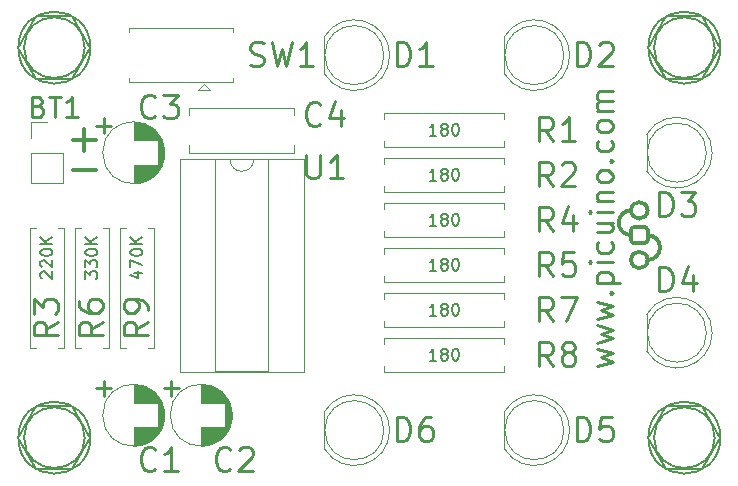
<source format=gbr>
%TF.GenerationSoftware,KiCad,Pcbnew,8.0.3*%
%TF.CreationDate,2025-12-07T16:24:01+01:00*%
%TF.ProjectId,electronic-pcb-luces-led,656c6563-7472-46f6-9e69-632d7063622d,R3*%
%TF.SameCoordinates,PX3072580PY3072580*%
%TF.FileFunction,Legend,Top*%
%TF.FilePolarity,Positive*%
%FSLAX46Y46*%
G04 Gerber Fmt 4.6, Leading zero omitted, Abs format (unit mm)*
G04 Created by KiCad (PCBNEW 8.0.3) date 2025-12-07 16:24:01*
%MOMM*%
%LPD*%
G01*
G04 APERTURE LIST*
%ADD10C,0.300000*%
%ADD11C,0.250000*%
%ADD12C,0.150000*%
%ADD13C,0.127000*%
%ADD14C,0.120000*%
%ADD15C,3.000000*%
%ADD16C,2.000000*%
%ADD17R,1.600000X1.600000*%
%ADD18C,1.600000*%
%ADD19R,1.800000X1.800000*%
%ADD20C,1.800000*%
%ADD21R,2.400000X1.600000*%
%ADD22O,2.400000X1.600000*%
%ADD23O,2.200000X3.500000*%
%ADD24R,1.500000X2.500000*%
%ADD25O,1.500000X2.500000*%
%ADD26R,1.700000X1.700000*%
%ADD27O,1.700000X1.700000*%
G04 APERTURE END LIST*
D10*
X4762619Y-10983566D02*
X6667381Y-10983566D01*
X5715000Y-11935947D02*
X5715000Y-10031185D01*
X4762619Y-13523566D02*
X6667381Y-13523566D01*
D11*
X3452238Y-26368333D02*
X2499857Y-27035000D01*
X3452238Y-27511190D02*
X1452238Y-27511190D01*
X1452238Y-27511190D02*
X1452238Y-26749285D01*
X1452238Y-26749285D02*
X1547476Y-26558809D01*
X1547476Y-26558809D02*
X1642714Y-26463571D01*
X1642714Y-26463571D02*
X1833190Y-26368333D01*
X1833190Y-26368333D02*
X2118904Y-26368333D01*
X2118904Y-26368333D02*
X2309380Y-26463571D01*
X2309380Y-26463571D02*
X2404619Y-26558809D01*
X2404619Y-26558809D02*
X2499857Y-26749285D01*
X2499857Y-26749285D02*
X2499857Y-27511190D01*
X1452238Y-25701666D02*
X1452238Y-24463571D01*
X1452238Y-24463571D02*
X2214142Y-25130238D01*
X2214142Y-25130238D02*
X2214142Y-24844523D01*
X2214142Y-24844523D02*
X2309380Y-24654047D01*
X2309380Y-24654047D02*
X2404619Y-24558809D01*
X2404619Y-24558809D02*
X2595095Y-24463571D01*
X2595095Y-24463571D02*
X3071285Y-24463571D01*
X3071285Y-24463571D02*
X3261761Y-24558809D01*
X3261761Y-24558809D02*
X3357000Y-24654047D01*
X3357000Y-24654047D02*
X3452238Y-24844523D01*
X3452238Y-24844523D02*
X3452238Y-25415952D01*
X3452238Y-25415952D02*
X3357000Y-25606428D01*
X3357000Y-25606428D02*
X3261761Y-25701666D01*
D12*
X2090057Y-22693094D02*
X2042438Y-22645475D01*
X2042438Y-22645475D02*
X1994819Y-22550237D01*
X1994819Y-22550237D02*
X1994819Y-22312142D01*
X1994819Y-22312142D02*
X2042438Y-22216904D01*
X2042438Y-22216904D02*
X2090057Y-22169285D01*
X2090057Y-22169285D02*
X2185295Y-22121666D01*
X2185295Y-22121666D02*
X2280533Y-22121666D01*
X2280533Y-22121666D02*
X2423390Y-22169285D01*
X2423390Y-22169285D02*
X2994819Y-22740713D01*
X2994819Y-22740713D02*
X2994819Y-22121666D01*
X2090057Y-21740713D02*
X2042438Y-21693094D01*
X2042438Y-21693094D02*
X1994819Y-21597856D01*
X1994819Y-21597856D02*
X1994819Y-21359761D01*
X1994819Y-21359761D02*
X2042438Y-21264523D01*
X2042438Y-21264523D02*
X2090057Y-21216904D01*
X2090057Y-21216904D02*
X2185295Y-21169285D01*
X2185295Y-21169285D02*
X2280533Y-21169285D01*
X2280533Y-21169285D02*
X2423390Y-21216904D01*
X2423390Y-21216904D02*
X2994819Y-21788332D01*
X2994819Y-21788332D02*
X2994819Y-21169285D01*
X1994819Y-20550237D02*
X1994819Y-20454999D01*
X1994819Y-20454999D02*
X2042438Y-20359761D01*
X2042438Y-20359761D02*
X2090057Y-20312142D01*
X2090057Y-20312142D02*
X2185295Y-20264523D01*
X2185295Y-20264523D02*
X2375771Y-20216904D01*
X2375771Y-20216904D02*
X2613866Y-20216904D01*
X2613866Y-20216904D02*
X2804342Y-20264523D01*
X2804342Y-20264523D02*
X2899580Y-20312142D01*
X2899580Y-20312142D02*
X2947200Y-20359761D01*
X2947200Y-20359761D02*
X2994819Y-20454999D01*
X2994819Y-20454999D02*
X2994819Y-20550237D01*
X2994819Y-20550237D02*
X2947200Y-20645475D01*
X2947200Y-20645475D02*
X2899580Y-20693094D01*
X2899580Y-20693094D02*
X2804342Y-20740713D01*
X2804342Y-20740713D02*
X2613866Y-20788332D01*
X2613866Y-20788332D02*
X2375771Y-20788332D01*
X2375771Y-20788332D02*
X2185295Y-20740713D01*
X2185295Y-20740713D02*
X2090057Y-20693094D01*
X2090057Y-20693094D02*
X2042438Y-20645475D01*
X2042438Y-20645475D02*
X1994819Y-20550237D01*
X2994819Y-19788332D02*
X1994819Y-19788332D01*
X2994819Y-19216904D02*
X2423390Y-19645475D01*
X1994819Y-19216904D02*
X2566247Y-19788332D01*
D11*
X45386666Y-11072238D02*
X44719999Y-10119857D01*
X44243809Y-11072238D02*
X44243809Y-9072238D01*
X44243809Y-9072238D02*
X45005714Y-9072238D01*
X45005714Y-9072238D02*
X45196190Y-9167476D01*
X45196190Y-9167476D02*
X45291428Y-9262714D01*
X45291428Y-9262714D02*
X45386666Y-9453190D01*
X45386666Y-9453190D02*
X45386666Y-9738904D01*
X45386666Y-9738904D02*
X45291428Y-9929380D01*
X45291428Y-9929380D02*
X45196190Y-10024619D01*
X45196190Y-10024619D02*
X45005714Y-10119857D01*
X45005714Y-10119857D02*
X44243809Y-10119857D01*
X47291428Y-11072238D02*
X46148571Y-11072238D01*
X46719999Y-11072238D02*
X46719999Y-9072238D01*
X46719999Y-9072238D02*
X46529523Y-9357952D01*
X46529523Y-9357952D02*
X46339047Y-9548428D01*
X46339047Y-9548428D02*
X46148571Y-9643666D01*
D12*
X35528333Y-10614819D02*
X34956905Y-10614819D01*
X35242619Y-10614819D02*
X35242619Y-9614819D01*
X35242619Y-9614819D02*
X35147381Y-9757676D01*
X35147381Y-9757676D02*
X35052143Y-9852914D01*
X35052143Y-9852914D02*
X34956905Y-9900533D01*
X36099762Y-10043390D02*
X36004524Y-9995771D01*
X36004524Y-9995771D02*
X35956905Y-9948152D01*
X35956905Y-9948152D02*
X35909286Y-9852914D01*
X35909286Y-9852914D02*
X35909286Y-9805295D01*
X35909286Y-9805295D02*
X35956905Y-9710057D01*
X35956905Y-9710057D02*
X36004524Y-9662438D01*
X36004524Y-9662438D02*
X36099762Y-9614819D01*
X36099762Y-9614819D02*
X36290238Y-9614819D01*
X36290238Y-9614819D02*
X36385476Y-9662438D01*
X36385476Y-9662438D02*
X36433095Y-9710057D01*
X36433095Y-9710057D02*
X36480714Y-9805295D01*
X36480714Y-9805295D02*
X36480714Y-9852914D01*
X36480714Y-9852914D02*
X36433095Y-9948152D01*
X36433095Y-9948152D02*
X36385476Y-9995771D01*
X36385476Y-9995771D02*
X36290238Y-10043390D01*
X36290238Y-10043390D02*
X36099762Y-10043390D01*
X36099762Y-10043390D02*
X36004524Y-10091009D01*
X36004524Y-10091009D02*
X35956905Y-10138628D01*
X35956905Y-10138628D02*
X35909286Y-10233866D01*
X35909286Y-10233866D02*
X35909286Y-10424342D01*
X35909286Y-10424342D02*
X35956905Y-10519580D01*
X35956905Y-10519580D02*
X36004524Y-10567200D01*
X36004524Y-10567200D02*
X36099762Y-10614819D01*
X36099762Y-10614819D02*
X36290238Y-10614819D01*
X36290238Y-10614819D02*
X36385476Y-10567200D01*
X36385476Y-10567200D02*
X36433095Y-10519580D01*
X36433095Y-10519580D02*
X36480714Y-10424342D01*
X36480714Y-10424342D02*
X36480714Y-10233866D01*
X36480714Y-10233866D02*
X36433095Y-10138628D01*
X36433095Y-10138628D02*
X36385476Y-10091009D01*
X36385476Y-10091009D02*
X36290238Y-10043390D01*
X37099762Y-9614819D02*
X37195000Y-9614819D01*
X37195000Y-9614819D02*
X37290238Y-9662438D01*
X37290238Y-9662438D02*
X37337857Y-9710057D01*
X37337857Y-9710057D02*
X37385476Y-9805295D01*
X37385476Y-9805295D02*
X37433095Y-9995771D01*
X37433095Y-9995771D02*
X37433095Y-10233866D01*
X37433095Y-10233866D02*
X37385476Y-10424342D01*
X37385476Y-10424342D02*
X37337857Y-10519580D01*
X37337857Y-10519580D02*
X37290238Y-10567200D01*
X37290238Y-10567200D02*
X37195000Y-10614819D01*
X37195000Y-10614819D02*
X37099762Y-10614819D01*
X37099762Y-10614819D02*
X37004524Y-10567200D01*
X37004524Y-10567200D02*
X36956905Y-10519580D01*
X36956905Y-10519580D02*
X36909286Y-10424342D01*
X36909286Y-10424342D02*
X36861667Y-10233866D01*
X36861667Y-10233866D02*
X36861667Y-9995771D01*
X36861667Y-9995771D02*
X36909286Y-9805295D01*
X36909286Y-9805295D02*
X36956905Y-9710057D01*
X36956905Y-9710057D02*
X37004524Y-9662438D01*
X37004524Y-9662438D02*
X37099762Y-9614819D01*
D11*
X45386666Y-22502238D02*
X44719999Y-21549857D01*
X44243809Y-22502238D02*
X44243809Y-20502238D01*
X44243809Y-20502238D02*
X45005714Y-20502238D01*
X45005714Y-20502238D02*
X45196190Y-20597476D01*
X45196190Y-20597476D02*
X45291428Y-20692714D01*
X45291428Y-20692714D02*
X45386666Y-20883190D01*
X45386666Y-20883190D02*
X45386666Y-21168904D01*
X45386666Y-21168904D02*
X45291428Y-21359380D01*
X45291428Y-21359380D02*
X45196190Y-21454619D01*
X45196190Y-21454619D02*
X45005714Y-21549857D01*
X45005714Y-21549857D02*
X44243809Y-21549857D01*
X47196190Y-20502238D02*
X46243809Y-20502238D01*
X46243809Y-20502238D02*
X46148571Y-21454619D01*
X46148571Y-21454619D02*
X46243809Y-21359380D01*
X46243809Y-21359380D02*
X46434285Y-21264142D01*
X46434285Y-21264142D02*
X46910476Y-21264142D01*
X46910476Y-21264142D02*
X47100952Y-21359380D01*
X47100952Y-21359380D02*
X47196190Y-21454619D01*
X47196190Y-21454619D02*
X47291428Y-21645095D01*
X47291428Y-21645095D02*
X47291428Y-22121285D01*
X47291428Y-22121285D02*
X47196190Y-22311761D01*
X47196190Y-22311761D02*
X47100952Y-22407000D01*
X47100952Y-22407000D02*
X46910476Y-22502238D01*
X46910476Y-22502238D02*
X46434285Y-22502238D01*
X46434285Y-22502238D02*
X46243809Y-22407000D01*
X46243809Y-22407000D02*
X46148571Y-22311761D01*
D12*
X35528333Y-22044819D02*
X34956905Y-22044819D01*
X35242619Y-22044819D02*
X35242619Y-21044819D01*
X35242619Y-21044819D02*
X35147381Y-21187676D01*
X35147381Y-21187676D02*
X35052143Y-21282914D01*
X35052143Y-21282914D02*
X34956905Y-21330533D01*
X36099762Y-21473390D02*
X36004524Y-21425771D01*
X36004524Y-21425771D02*
X35956905Y-21378152D01*
X35956905Y-21378152D02*
X35909286Y-21282914D01*
X35909286Y-21282914D02*
X35909286Y-21235295D01*
X35909286Y-21235295D02*
X35956905Y-21140057D01*
X35956905Y-21140057D02*
X36004524Y-21092438D01*
X36004524Y-21092438D02*
X36099762Y-21044819D01*
X36099762Y-21044819D02*
X36290238Y-21044819D01*
X36290238Y-21044819D02*
X36385476Y-21092438D01*
X36385476Y-21092438D02*
X36433095Y-21140057D01*
X36433095Y-21140057D02*
X36480714Y-21235295D01*
X36480714Y-21235295D02*
X36480714Y-21282914D01*
X36480714Y-21282914D02*
X36433095Y-21378152D01*
X36433095Y-21378152D02*
X36385476Y-21425771D01*
X36385476Y-21425771D02*
X36290238Y-21473390D01*
X36290238Y-21473390D02*
X36099762Y-21473390D01*
X36099762Y-21473390D02*
X36004524Y-21521009D01*
X36004524Y-21521009D02*
X35956905Y-21568628D01*
X35956905Y-21568628D02*
X35909286Y-21663866D01*
X35909286Y-21663866D02*
X35909286Y-21854342D01*
X35909286Y-21854342D02*
X35956905Y-21949580D01*
X35956905Y-21949580D02*
X36004524Y-21997200D01*
X36004524Y-21997200D02*
X36099762Y-22044819D01*
X36099762Y-22044819D02*
X36290238Y-22044819D01*
X36290238Y-22044819D02*
X36385476Y-21997200D01*
X36385476Y-21997200D02*
X36433095Y-21949580D01*
X36433095Y-21949580D02*
X36480714Y-21854342D01*
X36480714Y-21854342D02*
X36480714Y-21663866D01*
X36480714Y-21663866D02*
X36433095Y-21568628D01*
X36433095Y-21568628D02*
X36385476Y-21521009D01*
X36385476Y-21521009D02*
X36290238Y-21473390D01*
X37099762Y-21044819D02*
X37195000Y-21044819D01*
X37195000Y-21044819D02*
X37290238Y-21092438D01*
X37290238Y-21092438D02*
X37337857Y-21140057D01*
X37337857Y-21140057D02*
X37385476Y-21235295D01*
X37385476Y-21235295D02*
X37433095Y-21425771D01*
X37433095Y-21425771D02*
X37433095Y-21663866D01*
X37433095Y-21663866D02*
X37385476Y-21854342D01*
X37385476Y-21854342D02*
X37337857Y-21949580D01*
X37337857Y-21949580D02*
X37290238Y-21997200D01*
X37290238Y-21997200D02*
X37195000Y-22044819D01*
X37195000Y-22044819D02*
X37099762Y-22044819D01*
X37099762Y-22044819D02*
X37004524Y-21997200D01*
X37004524Y-21997200D02*
X36956905Y-21949580D01*
X36956905Y-21949580D02*
X36909286Y-21854342D01*
X36909286Y-21854342D02*
X36861667Y-21663866D01*
X36861667Y-21663866D02*
X36861667Y-21425771D01*
X36861667Y-21425771D02*
X36909286Y-21235295D01*
X36909286Y-21235295D02*
X36956905Y-21140057D01*
X36956905Y-21140057D02*
X37004524Y-21092438D01*
X37004524Y-21092438D02*
X37099762Y-21044819D01*
D11*
X7262238Y-26368333D02*
X6309857Y-27035000D01*
X7262238Y-27511190D02*
X5262238Y-27511190D01*
X5262238Y-27511190D02*
X5262238Y-26749285D01*
X5262238Y-26749285D02*
X5357476Y-26558809D01*
X5357476Y-26558809D02*
X5452714Y-26463571D01*
X5452714Y-26463571D02*
X5643190Y-26368333D01*
X5643190Y-26368333D02*
X5928904Y-26368333D01*
X5928904Y-26368333D02*
X6119380Y-26463571D01*
X6119380Y-26463571D02*
X6214619Y-26558809D01*
X6214619Y-26558809D02*
X6309857Y-26749285D01*
X6309857Y-26749285D02*
X6309857Y-27511190D01*
X5262238Y-24654047D02*
X5262238Y-25035000D01*
X5262238Y-25035000D02*
X5357476Y-25225476D01*
X5357476Y-25225476D02*
X5452714Y-25320714D01*
X5452714Y-25320714D02*
X5738428Y-25511190D01*
X5738428Y-25511190D02*
X6119380Y-25606428D01*
X6119380Y-25606428D02*
X6881285Y-25606428D01*
X6881285Y-25606428D02*
X7071761Y-25511190D01*
X7071761Y-25511190D02*
X7167000Y-25415952D01*
X7167000Y-25415952D02*
X7262238Y-25225476D01*
X7262238Y-25225476D02*
X7262238Y-24844523D01*
X7262238Y-24844523D02*
X7167000Y-24654047D01*
X7167000Y-24654047D02*
X7071761Y-24558809D01*
X7071761Y-24558809D02*
X6881285Y-24463571D01*
X6881285Y-24463571D02*
X6405095Y-24463571D01*
X6405095Y-24463571D02*
X6214619Y-24558809D01*
X6214619Y-24558809D02*
X6119380Y-24654047D01*
X6119380Y-24654047D02*
X6024142Y-24844523D01*
X6024142Y-24844523D02*
X6024142Y-25225476D01*
X6024142Y-25225476D02*
X6119380Y-25415952D01*
X6119380Y-25415952D02*
X6214619Y-25511190D01*
X6214619Y-25511190D02*
X6405095Y-25606428D01*
D12*
X5804819Y-22740713D02*
X5804819Y-22121666D01*
X5804819Y-22121666D02*
X6185771Y-22454999D01*
X6185771Y-22454999D02*
X6185771Y-22312142D01*
X6185771Y-22312142D02*
X6233390Y-22216904D01*
X6233390Y-22216904D02*
X6281009Y-22169285D01*
X6281009Y-22169285D02*
X6376247Y-22121666D01*
X6376247Y-22121666D02*
X6614342Y-22121666D01*
X6614342Y-22121666D02*
X6709580Y-22169285D01*
X6709580Y-22169285D02*
X6757200Y-22216904D01*
X6757200Y-22216904D02*
X6804819Y-22312142D01*
X6804819Y-22312142D02*
X6804819Y-22597856D01*
X6804819Y-22597856D02*
X6757200Y-22693094D01*
X6757200Y-22693094D02*
X6709580Y-22740713D01*
X5804819Y-21788332D02*
X5804819Y-21169285D01*
X5804819Y-21169285D02*
X6185771Y-21502618D01*
X6185771Y-21502618D02*
X6185771Y-21359761D01*
X6185771Y-21359761D02*
X6233390Y-21264523D01*
X6233390Y-21264523D02*
X6281009Y-21216904D01*
X6281009Y-21216904D02*
X6376247Y-21169285D01*
X6376247Y-21169285D02*
X6614342Y-21169285D01*
X6614342Y-21169285D02*
X6709580Y-21216904D01*
X6709580Y-21216904D02*
X6757200Y-21264523D01*
X6757200Y-21264523D02*
X6804819Y-21359761D01*
X6804819Y-21359761D02*
X6804819Y-21645475D01*
X6804819Y-21645475D02*
X6757200Y-21740713D01*
X6757200Y-21740713D02*
X6709580Y-21788332D01*
X5804819Y-20550237D02*
X5804819Y-20454999D01*
X5804819Y-20454999D02*
X5852438Y-20359761D01*
X5852438Y-20359761D02*
X5900057Y-20312142D01*
X5900057Y-20312142D02*
X5995295Y-20264523D01*
X5995295Y-20264523D02*
X6185771Y-20216904D01*
X6185771Y-20216904D02*
X6423866Y-20216904D01*
X6423866Y-20216904D02*
X6614342Y-20264523D01*
X6614342Y-20264523D02*
X6709580Y-20312142D01*
X6709580Y-20312142D02*
X6757200Y-20359761D01*
X6757200Y-20359761D02*
X6804819Y-20454999D01*
X6804819Y-20454999D02*
X6804819Y-20550237D01*
X6804819Y-20550237D02*
X6757200Y-20645475D01*
X6757200Y-20645475D02*
X6709580Y-20693094D01*
X6709580Y-20693094D02*
X6614342Y-20740713D01*
X6614342Y-20740713D02*
X6423866Y-20788332D01*
X6423866Y-20788332D02*
X6185771Y-20788332D01*
X6185771Y-20788332D02*
X5995295Y-20740713D01*
X5995295Y-20740713D02*
X5900057Y-20693094D01*
X5900057Y-20693094D02*
X5852438Y-20645475D01*
X5852438Y-20645475D02*
X5804819Y-20550237D01*
X6804819Y-19788332D02*
X5804819Y-19788332D01*
X6804819Y-19216904D02*
X6233390Y-19645475D01*
X5804819Y-19216904D02*
X6376247Y-19788332D01*
D11*
X45386666Y-26312238D02*
X44719999Y-25359857D01*
X44243809Y-26312238D02*
X44243809Y-24312238D01*
X44243809Y-24312238D02*
X45005714Y-24312238D01*
X45005714Y-24312238D02*
X45196190Y-24407476D01*
X45196190Y-24407476D02*
X45291428Y-24502714D01*
X45291428Y-24502714D02*
X45386666Y-24693190D01*
X45386666Y-24693190D02*
X45386666Y-24978904D01*
X45386666Y-24978904D02*
X45291428Y-25169380D01*
X45291428Y-25169380D02*
X45196190Y-25264619D01*
X45196190Y-25264619D02*
X45005714Y-25359857D01*
X45005714Y-25359857D02*
X44243809Y-25359857D01*
X46053333Y-24312238D02*
X47386666Y-24312238D01*
X47386666Y-24312238D02*
X46529523Y-26312238D01*
D12*
X35528333Y-25854819D02*
X34956905Y-25854819D01*
X35242619Y-25854819D02*
X35242619Y-24854819D01*
X35242619Y-24854819D02*
X35147381Y-24997676D01*
X35147381Y-24997676D02*
X35052143Y-25092914D01*
X35052143Y-25092914D02*
X34956905Y-25140533D01*
X36099762Y-25283390D02*
X36004524Y-25235771D01*
X36004524Y-25235771D02*
X35956905Y-25188152D01*
X35956905Y-25188152D02*
X35909286Y-25092914D01*
X35909286Y-25092914D02*
X35909286Y-25045295D01*
X35909286Y-25045295D02*
X35956905Y-24950057D01*
X35956905Y-24950057D02*
X36004524Y-24902438D01*
X36004524Y-24902438D02*
X36099762Y-24854819D01*
X36099762Y-24854819D02*
X36290238Y-24854819D01*
X36290238Y-24854819D02*
X36385476Y-24902438D01*
X36385476Y-24902438D02*
X36433095Y-24950057D01*
X36433095Y-24950057D02*
X36480714Y-25045295D01*
X36480714Y-25045295D02*
X36480714Y-25092914D01*
X36480714Y-25092914D02*
X36433095Y-25188152D01*
X36433095Y-25188152D02*
X36385476Y-25235771D01*
X36385476Y-25235771D02*
X36290238Y-25283390D01*
X36290238Y-25283390D02*
X36099762Y-25283390D01*
X36099762Y-25283390D02*
X36004524Y-25331009D01*
X36004524Y-25331009D02*
X35956905Y-25378628D01*
X35956905Y-25378628D02*
X35909286Y-25473866D01*
X35909286Y-25473866D02*
X35909286Y-25664342D01*
X35909286Y-25664342D02*
X35956905Y-25759580D01*
X35956905Y-25759580D02*
X36004524Y-25807200D01*
X36004524Y-25807200D02*
X36099762Y-25854819D01*
X36099762Y-25854819D02*
X36290238Y-25854819D01*
X36290238Y-25854819D02*
X36385476Y-25807200D01*
X36385476Y-25807200D02*
X36433095Y-25759580D01*
X36433095Y-25759580D02*
X36480714Y-25664342D01*
X36480714Y-25664342D02*
X36480714Y-25473866D01*
X36480714Y-25473866D02*
X36433095Y-25378628D01*
X36433095Y-25378628D02*
X36385476Y-25331009D01*
X36385476Y-25331009D02*
X36290238Y-25283390D01*
X37099762Y-24854819D02*
X37195000Y-24854819D01*
X37195000Y-24854819D02*
X37290238Y-24902438D01*
X37290238Y-24902438D02*
X37337857Y-24950057D01*
X37337857Y-24950057D02*
X37385476Y-25045295D01*
X37385476Y-25045295D02*
X37433095Y-25235771D01*
X37433095Y-25235771D02*
X37433095Y-25473866D01*
X37433095Y-25473866D02*
X37385476Y-25664342D01*
X37385476Y-25664342D02*
X37337857Y-25759580D01*
X37337857Y-25759580D02*
X37290238Y-25807200D01*
X37290238Y-25807200D02*
X37195000Y-25854819D01*
X37195000Y-25854819D02*
X37099762Y-25854819D01*
X37099762Y-25854819D02*
X37004524Y-25807200D01*
X37004524Y-25807200D02*
X36956905Y-25759580D01*
X36956905Y-25759580D02*
X36909286Y-25664342D01*
X36909286Y-25664342D02*
X36861667Y-25473866D01*
X36861667Y-25473866D02*
X36861667Y-25235771D01*
X36861667Y-25235771D02*
X36909286Y-25045295D01*
X36909286Y-25045295D02*
X36956905Y-24950057D01*
X36956905Y-24950057D02*
X37004524Y-24902438D01*
X37004524Y-24902438D02*
X37099762Y-24854819D01*
D11*
X45386666Y-30122238D02*
X44719999Y-29169857D01*
X44243809Y-30122238D02*
X44243809Y-28122238D01*
X44243809Y-28122238D02*
X45005714Y-28122238D01*
X45005714Y-28122238D02*
X45196190Y-28217476D01*
X45196190Y-28217476D02*
X45291428Y-28312714D01*
X45291428Y-28312714D02*
X45386666Y-28503190D01*
X45386666Y-28503190D02*
X45386666Y-28788904D01*
X45386666Y-28788904D02*
X45291428Y-28979380D01*
X45291428Y-28979380D02*
X45196190Y-29074619D01*
X45196190Y-29074619D02*
X45005714Y-29169857D01*
X45005714Y-29169857D02*
X44243809Y-29169857D01*
X46529523Y-28979380D02*
X46339047Y-28884142D01*
X46339047Y-28884142D02*
X46243809Y-28788904D01*
X46243809Y-28788904D02*
X46148571Y-28598428D01*
X46148571Y-28598428D02*
X46148571Y-28503190D01*
X46148571Y-28503190D02*
X46243809Y-28312714D01*
X46243809Y-28312714D02*
X46339047Y-28217476D01*
X46339047Y-28217476D02*
X46529523Y-28122238D01*
X46529523Y-28122238D02*
X46910476Y-28122238D01*
X46910476Y-28122238D02*
X47100952Y-28217476D01*
X47100952Y-28217476D02*
X47196190Y-28312714D01*
X47196190Y-28312714D02*
X47291428Y-28503190D01*
X47291428Y-28503190D02*
X47291428Y-28598428D01*
X47291428Y-28598428D02*
X47196190Y-28788904D01*
X47196190Y-28788904D02*
X47100952Y-28884142D01*
X47100952Y-28884142D02*
X46910476Y-28979380D01*
X46910476Y-28979380D02*
X46529523Y-28979380D01*
X46529523Y-28979380D02*
X46339047Y-29074619D01*
X46339047Y-29074619D02*
X46243809Y-29169857D01*
X46243809Y-29169857D02*
X46148571Y-29360333D01*
X46148571Y-29360333D02*
X46148571Y-29741285D01*
X46148571Y-29741285D02*
X46243809Y-29931761D01*
X46243809Y-29931761D02*
X46339047Y-30027000D01*
X46339047Y-30027000D02*
X46529523Y-30122238D01*
X46529523Y-30122238D02*
X46910476Y-30122238D01*
X46910476Y-30122238D02*
X47100952Y-30027000D01*
X47100952Y-30027000D02*
X47196190Y-29931761D01*
X47196190Y-29931761D02*
X47291428Y-29741285D01*
X47291428Y-29741285D02*
X47291428Y-29360333D01*
X47291428Y-29360333D02*
X47196190Y-29169857D01*
X47196190Y-29169857D02*
X47100952Y-29074619D01*
X47100952Y-29074619D02*
X46910476Y-28979380D01*
D12*
X35528333Y-29664819D02*
X34956905Y-29664819D01*
X35242619Y-29664819D02*
X35242619Y-28664819D01*
X35242619Y-28664819D02*
X35147381Y-28807676D01*
X35147381Y-28807676D02*
X35052143Y-28902914D01*
X35052143Y-28902914D02*
X34956905Y-28950533D01*
X36099762Y-29093390D02*
X36004524Y-29045771D01*
X36004524Y-29045771D02*
X35956905Y-28998152D01*
X35956905Y-28998152D02*
X35909286Y-28902914D01*
X35909286Y-28902914D02*
X35909286Y-28855295D01*
X35909286Y-28855295D02*
X35956905Y-28760057D01*
X35956905Y-28760057D02*
X36004524Y-28712438D01*
X36004524Y-28712438D02*
X36099762Y-28664819D01*
X36099762Y-28664819D02*
X36290238Y-28664819D01*
X36290238Y-28664819D02*
X36385476Y-28712438D01*
X36385476Y-28712438D02*
X36433095Y-28760057D01*
X36433095Y-28760057D02*
X36480714Y-28855295D01*
X36480714Y-28855295D02*
X36480714Y-28902914D01*
X36480714Y-28902914D02*
X36433095Y-28998152D01*
X36433095Y-28998152D02*
X36385476Y-29045771D01*
X36385476Y-29045771D02*
X36290238Y-29093390D01*
X36290238Y-29093390D02*
X36099762Y-29093390D01*
X36099762Y-29093390D02*
X36004524Y-29141009D01*
X36004524Y-29141009D02*
X35956905Y-29188628D01*
X35956905Y-29188628D02*
X35909286Y-29283866D01*
X35909286Y-29283866D02*
X35909286Y-29474342D01*
X35909286Y-29474342D02*
X35956905Y-29569580D01*
X35956905Y-29569580D02*
X36004524Y-29617200D01*
X36004524Y-29617200D02*
X36099762Y-29664819D01*
X36099762Y-29664819D02*
X36290238Y-29664819D01*
X36290238Y-29664819D02*
X36385476Y-29617200D01*
X36385476Y-29617200D02*
X36433095Y-29569580D01*
X36433095Y-29569580D02*
X36480714Y-29474342D01*
X36480714Y-29474342D02*
X36480714Y-29283866D01*
X36480714Y-29283866D02*
X36433095Y-29188628D01*
X36433095Y-29188628D02*
X36385476Y-29141009D01*
X36385476Y-29141009D02*
X36290238Y-29093390D01*
X37099762Y-28664819D02*
X37195000Y-28664819D01*
X37195000Y-28664819D02*
X37290238Y-28712438D01*
X37290238Y-28712438D02*
X37337857Y-28760057D01*
X37337857Y-28760057D02*
X37385476Y-28855295D01*
X37385476Y-28855295D02*
X37433095Y-29045771D01*
X37433095Y-29045771D02*
X37433095Y-29283866D01*
X37433095Y-29283866D02*
X37385476Y-29474342D01*
X37385476Y-29474342D02*
X37337857Y-29569580D01*
X37337857Y-29569580D02*
X37290238Y-29617200D01*
X37290238Y-29617200D02*
X37195000Y-29664819D01*
X37195000Y-29664819D02*
X37099762Y-29664819D01*
X37099762Y-29664819D02*
X37004524Y-29617200D01*
X37004524Y-29617200D02*
X36956905Y-29569580D01*
X36956905Y-29569580D02*
X36909286Y-29474342D01*
X36909286Y-29474342D02*
X36861667Y-29283866D01*
X36861667Y-29283866D02*
X36861667Y-29045771D01*
X36861667Y-29045771D02*
X36909286Y-28855295D01*
X36909286Y-28855295D02*
X36956905Y-28760057D01*
X36956905Y-28760057D02*
X37004524Y-28712438D01*
X37004524Y-28712438D02*
X37099762Y-28664819D01*
D11*
X11072238Y-26368333D02*
X10119857Y-27035000D01*
X11072238Y-27511190D02*
X9072238Y-27511190D01*
X9072238Y-27511190D02*
X9072238Y-26749285D01*
X9072238Y-26749285D02*
X9167476Y-26558809D01*
X9167476Y-26558809D02*
X9262714Y-26463571D01*
X9262714Y-26463571D02*
X9453190Y-26368333D01*
X9453190Y-26368333D02*
X9738904Y-26368333D01*
X9738904Y-26368333D02*
X9929380Y-26463571D01*
X9929380Y-26463571D02*
X10024619Y-26558809D01*
X10024619Y-26558809D02*
X10119857Y-26749285D01*
X10119857Y-26749285D02*
X10119857Y-27511190D01*
X11072238Y-25415952D02*
X11072238Y-25035000D01*
X11072238Y-25035000D02*
X10977000Y-24844523D01*
X10977000Y-24844523D02*
X10881761Y-24749285D01*
X10881761Y-24749285D02*
X10596047Y-24558809D01*
X10596047Y-24558809D02*
X10215095Y-24463571D01*
X10215095Y-24463571D02*
X9453190Y-24463571D01*
X9453190Y-24463571D02*
X9262714Y-24558809D01*
X9262714Y-24558809D02*
X9167476Y-24654047D01*
X9167476Y-24654047D02*
X9072238Y-24844523D01*
X9072238Y-24844523D02*
X9072238Y-25225476D01*
X9072238Y-25225476D02*
X9167476Y-25415952D01*
X9167476Y-25415952D02*
X9262714Y-25511190D01*
X9262714Y-25511190D02*
X9453190Y-25606428D01*
X9453190Y-25606428D02*
X9929380Y-25606428D01*
X9929380Y-25606428D02*
X10119857Y-25511190D01*
X10119857Y-25511190D02*
X10215095Y-25415952D01*
X10215095Y-25415952D02*
X10310333Y-25225476D01*
X10310333Y-25225476D02*
X10310333Y-24844523D01*
X10310333Y-24844523D02*
X10215095Y-24654047D01*
X10215095Y-24654047D02*
X10119857Y-24558809D01*
X10119857Y-24558809D02*
X9929380Y-24463571D01*
D12*
X9948152Y-22216904D02*
X10614819Y-22216904D01*
X9567200Y-22454999D02*
X10281485Y-22693094D01*
X10281485Y-22693094D02*
X10281485Y-22074047D01*
X9614819Y-21788332D02*
X9614819Y-21121666D01*
X9614819Y-21121666D02*
X10614819Y-21550237D01*
X9614819Y-20550237D02*
X9614819Y-20454999D01*
X9614819Y-20454999D02*
X9662438Y-20359761D01*
X9662438Y-20359761D02*
X9710057Y-20312142D01*
X9710057Y-20312142D02*
X9805295Y-20264523D01*
X9805295Y-20264523D02*
X9995771Y-20216904D01*
X9995771Y-20216904D02*
X10233866Y-20216904D01*
X10233866Y-20216904D02*
X10424342Y-20264523D01*
X10424342Y-20264523D02*
X10519580Y-20312142D01*
X10519580Y-20312142D02*
X10567200Y-20359761D01*
X10567200Y-20359761D02*
X10614819Y-20454999D01*
X10614819Y-20454999D02*
X10614819Y-20550237D01*
X10614819Y-20550237D02*
X10567200Y-20645475D01*
X10567200Y-20645475D02*
X10519580Y-20693094D01*
X10519580Y-20693094D02*
X10424342Y-20740713D01*
X10424342Y-20740713D02*
X10233866Y-20788332D01*
X10233866Y-20788332D02*
X9995771Y-20788332D01*
X9995771Y-20788332D02*
X9805295Y-20740713D01*
X9805295Y-20740713D02*
X9710057Y-20693094D01*
X9710057Y-20693094D02*
X9662438Y-20645475D01*
X9662438Y-20645475D02*
X9614819Y-20550237D01*
X10614819Y-19788332D02*
X9614819Y-19788332D01*
X10614819Y-19216904D02*
X10043390Y-19645475D01*
X9614819Y-19216904D02*
X10186247Y-19788332D01*
D11*
X45386666Y-14882238D02*
X44719999Y-13929857D01*
X44243809Y-14882238D02*
X44243809Y-12882238D01*
X44243809Y-12882238D02*
X45005714Y-12882238D01*
X45005714Y-12882238D02*
X45196190Y-12977476D01*
X45196190Y-12977476D02*
X45291428Y-13072714D01*
X45291428Y-13072714D02*
X45386666Y-13263190D01*
X45386666Y-13263190D02*
X45386666Y-13548904D01*
X45386666Y-13548904D02*
X45291428Y-13739380D01*
X45291428Y-13739380D02*
X45196190Y-13834619D01*
X45196190Y-13834619D02*
X45005714Y-13929857D01*
X45005714Y-13929857D02*
X44243809Y-13929857D01*
X46148571Y-13072714D02*
X46243809Y-12977476D01*
X46243809Y-12977476D02*
X46434285Y-12882238D01*
X46434285Y-12882238D02*
X46910476Y-12882238D01*
X46910476Y-12882238D02*
X47100952Y-12977476D01*
X47100952Y-12977476D02*
X47196190Y-13072714D01*
X47196190Y-13072714D02*
X47291428Y-13263190D01*
X47291428Y-13263190D02*
X47291428Y-13453666D01*
X47291428Y-13453666D02*
X47196190Y-13739380D01*
X47196190Y-13739380D02*
X46053333Y-14882238D01*
X46053333Y-14882238D02*
X47291428Y-14882238D01*
D12*
X35528333Y-14424819D02*
X34956905Y-14424819D01*
X35242619Y-14424819D02*
X35242619Y-13424819D01*
X35242619Y-13424819D02*
X35147381Y-13567676D01*
X35147381Y-13567676D02*
X35052143Y-13662914D01*
X35052143Y-13662914D02*
X34956905Y-13710533D01*
X36099762Y-13853390D02*
X36004524Y-13805771D01*
X36004524Y-13805771D02*
X35956905Y-13758152D01*
X35956905Y-13758152D02*
X35909286Y-13662914D01*
X35909286Y-13662914D02*
X35909286Y-13615295D01*
X35909286Y-13615295D02*
X35956905Y-13520057D01*
X35956905Y-13520057D02*
X36004524Y-13472438D01*
X36004524Y-13472438D02*
X36099762Y-13424819D01*
X36099762Y-13424819D02*
X36290238Y-13424819D01*
X36290238Y-13424819D02*
X36385476Y-13472438D01*
X36385476Y-13472438D02*
X36433095Y-13520057D01*
X36433095Y-13520057D02*
X36480714Y-13615295D01*
X36480714Y-13615295D02*
X36480714Y-13662914D01*
X36480714Y-13662914D02*
X36433095Y-13758152D01*
X36433095Y-13758152D02*
X36385476Y-13805771D01*
X36385476Y-13805771D02*
X36290238Y-13853390D01*
X36290238Y-13853390D02*
X36099762Y-13853390D01*
X36099762Y-13853390D02*
X36004524Y-13901009D01*
X36004524Y-13901009D02*
X35956905Y-13948628D01*
X35956905Y-13948628D02*
X35909286Y-14043866D01*
X35909286Y-14043866D02*
X35909286Y-14234342D01*
X35909286Y-14234342D02*
X35956905Y-14329580D01*
X35956905Y-14329580D02*
X36004524Y-14377200D01*
X36004524Y-14377200D02*
X36099762Y-14424819D01*
X36099762Y-14424819D02*
X36290238Y-14424819D01*
X36290238Y-14424819D02*
X36385476Y-14377200D01*
X36385476Y-14377200D02*
X36433095Y-14329580D01*
X36433095Y-14329580D02*
X36480714Y-14234342D01*
X36480714Y-14234342D02*
X36480714Y-14043866D01*
X36480714Y-14043866D02*
X36433095Y-13948628D01*
X36433095Y-13948628D02*
X36385476Y-13901009D01*
X36385476Y-13901009D02*
X36290238Y-13853390D01*
X37099762Y-13424819D02*
X37195000Y-13424819D01*
X37195000Y-13424819D02*
X37290238Y-13472438D01*
X37290238Y-13472438D02*
X37337857Y-13520057D01*
X37337857Y-13520057D02*
X37385476Y-13615295D01*
X37385476Y-13615295D02*
X37433095Y-13805771D01*
X37433095Y-13805771D02*
X37433095Y-14043866D01*
X37433095Y-14043866D02*
X37385476Y-14234342D01*
X37385476Y-14234342D02*
X37337857Y-14329580D01*
X37337857Y-14329580D02*
X37290238Y-14377200D01*
X37290238Y-14377200D02*
X37195000Y-14424819D01*
X37195000Y-14424819D02*
X37099762Y-14424819D01*
X37099762Y-14424819D02*
X37004524Y-14377200D01*
X37004524Y-14377200D02*
X36956905Y-14329580D01*
X36956905Y-14329580D02*
X36909286Y-14234342D01*
X36909286Y-14234342D02*
X36861667Y-14043866D01*
X36861667Y-14043866D02*
X36861667Y-13805771D01*
X36861667Y-13805771D02*
X36909286Y-13615295D01*
X36909286Y-13615295D02*
X36956905Y-13520057D01*
X36956905Y-13520057D02*
X37004524Y-13472438D01*
X37004524Y-13472438D02*
X37099762Y-13424819D01*
D11*
X45386666Y-18692238D02*
X44719999Y-17739857D01*
X44243809Y-18692238D02*
X44243809Y-16692238D01*
X44243809Y-16692238D02*
X45005714Y-16692238D01*
X45005714Y-16692238D02*
X45196190Y-16787476D01*
X45196190Y-16787476D02*
X45291428Y-16882714D01*
X45291428Y-16882714D02*
X45386666Y-17073190D01*
X45386666Y-17073190D02*
X45386666Y-17358904D01*
X45386666Y-17358904D02*
X45291428Y-17549380D01*
X45291428Y-17549380D02*
X45196190Y-17644619D01*
X45196190Y-17644619D02*
X45005714Y-17739857D01*
X45005714Y-17739857D02*
X44243809Y-17739857D01*
X47100952Y-17358904D02*
X47100952Y-18692238D01*
X46624761Y-16597000D02*
X46148571Y-18025571D01*
X46148571Y-18025571D02*
X47386666Y-18025571D01*
D12*
X35528333Y-18234819D02*
X34956905Y-18234819D01*
X35242619Y-18234819D02*
X35242619Y-17234819D01*
X35242619Y-17234819D02*
X35147381Y-17377676D01*
X35147381Y-17377676D02*
X35052143Y-17472914D01*
X35052143Y-17472914D02*
X34956905Y-17520533D01*
X36099762Y-17663390D02*
X36004524Y-17615771D01*
X36004524Y-17615771D02*
X35956905Y-17568152D01*
X35956905Y-17568152D02*
X35909286Y-17472914D01*
X35909286Y-17472914D02*
X35909286Y-17425295D01*
X35909286Y-17425295D02*
X35956905Y-17330057D01*
X35956905Y-17330057D02*
X36004524Y-17282438D01*
X36004524Y-17282438D02*
X36099762Y-17234819D01*
X36099762Y-17234819D02*
X36290238Y-17234819D01*
X36290238Y-17234819D02*
X36385476Y-17282438D01*
X36385476Y-17282438D02*
X36433095Y-17330057D01*
X36433095Y-17330057D02*
X36480714Y-17425295D01*
X36480714Y-17425295D02*
X36480714Y-17472914D01*
X36480714Y-17472914D02*
X36433095Y-17568152D01*
X36433095Y-17568152D02*
X36385476Y-17615771D01*
X36385476Y-17615771D02*
X36290238Y-17663390D01*
X36290238Y-17663390D02*
X36099762Y-17663390D01*
X36099762Y-17663390D02*
X36004524Y-17711009D01*
X36004524Y-17711009D02*
X35956905Y-17758628D01*
X35956905Y-17758628D02*
X35909286Y-17853866D01*
X35909286Y-17853866D02*
X35909286Y-18044342D01*
X35909286Y-18044342D02*
X35956905Y-18139580D01*
X35956905Y-18139580D02*
X36004524Y-18187200D01*
X36004524Y-18187200D02*
X36099762Y-18234819D01*
X36099762Y-18234819D02*
X36290238Y-18234819D01*
X36290238Y-18234819D02*
X36385476Y-18187200D01*
X36385476Y-18187200D02*
X36433095Y-18139580D01*
X36433095Y-18139580D02*
X36480714Y-18044342D01*
X36480714Y-18044342D02*
X36480714Y-17853866D01*
X36480714Y-17853866D02*
X36433095Y-17758628D01*
X36433095Y-17758628D02*
X36385476Y-17711009D01*
X36385476Y-17711009D02*
X36290238Y-17663390D01*
X37099762Y-17234819D02*
X37195000Y-17234819D01*
X37195000Y-17234819D02*
X37290238Y-17282438D01*
X37290238Y-17282438D02*
X37337857Y-17330057D01*
X37337857Y-17330057D02*
X37385476Y-17425295D01*
X37385476Y-17425295D02*
X37433095Y-17615771D01*
X37433095Y-17615771D02*
X37433095Y-17853866D01*
X37433095Y-17853866D02*
X37385476Y-18044342D01*
X37385476Y-18044342D02*
X37337857Y-18139580D01*
X37337857Y-18139580D02*
X37290238Y-18187200D01*
X37290238Y-18187200D02*
X37195000Y-18234819D01*
X37195000Y-18234819D02*
X37099762Y-18234819D01*
X37099762Y-18234819D02*
X37004524Y-18187200D01*
X37004524Y-18187200D02*
X36956905Y-18139580D01*
X36956905Y-18139580D02*
X36909286Y-18044342D01*
X36909286Y-18044342D02*
X36861667Y-17853866D01*
X36861667Y-17853866D02*
X36861667Y-17615771D01*
X36861667Y-17615771D02*
X36909286Y-17425295D01*
X36909286Y-17425295D02*
X36956905Y-17330057D01*
X36956905Y-17330057D02*
X37004524Y-17282438D01*
X37004524Y-17282438D02*
X37099762Y-17234819D01*
D11*
X11731666Y-38821761D02*
X11636428Y-38917000D01*
X11636428Y-38917000D02*
X11350714Y-39012238D01*
X11350714Y-39012238D02*
X11160238Y-39012238D01*
X11160238Y-39012238D02*
X10874523Y-38917000D01*
X10874523Y-38917000D02*
X10684047Y-38726523D01*
X10684047Y-38726523D02*
X10588809Y-38536047D01*
X10588809Y-38536047D02*
X10493571Y-38155095D01*
X10493571Y-38155095D02*
X10493571Y-37869380D01*
X10493571Y-37869380D02*
X10588809Y-37488428D01*
X10588809Y-37488428D02*
X10684047Y-37297952D01*
X10684047Y-37297952D02*
X10874523Y-37107476D01*
X10874523Y-37107476D02*
X11160238Y-37012238D01*
X11160238Y-37012238D02*
X11350714Y-37012238D01*
X11350714Y-37012238D02*
X11636428Y-37107476D01*
X11636428Y-37107476D02*
X11731666Y-37202714D01*
X13636428Y-39012238D02*
X12493571Y-39012238D01*
X13064999Y-39012238D02*
X13064999Y-37012238D01*
X13064999Y-37012238D02*
X12874523Y-37297952D01*
X12874523Y-37297952D02*
X12684047Y-37488428D01*
X12684047Y-37488428D02*
X12493571Y-37583666D01*
X32178809Y-4722238D02*
X32178809Y-2722238D01*
X32178809Y-2722238D02*
X32654999Y-2722238D01*
X32654999Y-2722238D02*
X32940714Y-2817476D01*
X32940714Y-2817476D02*
X33131190Y-3007952D01*
X33131190Y-3007952D02*
X33226428Y-3198428D01*
X33226428Y-3198428D02*
X33321666Y-3579380D01*
X33321666Y-3579380D02*
X33321666Y-3865095D01*
X33321666Y-3865095D02*
X33226428Y-4246047D01*
X33226428Y-4246047D02*
X33131190Y-4436523D01*
X33131190Y-4436523D02*
X32940714Y-4627000D01*
X32940714Y-4627000D02*
X32654999Y-4722238D01*
X32654999Y-4722238D02*
X32178809Y-4722238D01*
X35226428Y-4722238D02*
X34083571Y-4722238D01*
X34654999Y-4722238D02*
X34654999Y-2722238D01*
X34654999Y-2722238D02*
X34464523Y-3007952D01*
X34464523Y-3007952D02*
X34274047Y-3198428D01*
X34274047Y-3198428D02*
X34083571Y-3293666D01*
X47418809Y-4722238D02*
X47418809Y-2722238D01*
X47418809Y-2722238D02*
X47894999Y-2722238D01*
X47894999Y-2722238D02*
X48180714Y-2817476D01*
X48180714Y-2817476D02*
X48371190Y-3007952D01*
X48371190Y-3007952D02*
X48466428Y-3198428D01*
X48466428Y-3198428D02*
X48561666Y-3579380D01*
X48561666Y-3579380D02*
X48561666Y-3865095D01*
X48561666Y-3865095D02*
X48466428Y-4246047D01*
X48466428Y-4246047D02*
X48371190Y-4436523D01*
X48371190Y-4436523D02*
X48180714Y-4627000D01*
X48180714Y-4627000D02*
X47894999Y-4722238D01*
X47894999Y-4722238D02*
X47418809Y-4722238D01*
X49323571Y-2912714D02*
X49418809Y-2817476D01*
X49418809Y-2817476D02*
X49609285Y-2722238D01*
X49609285Y-2722238D02*
X50085476Y-2722238D01*
X50085476Y-2722238D02*
X50275952Y-2817476D01*
X50275952Y-2817476D02*
X50371190Y-2912714D01*
X50371190Y-2912714D02*
X50466428Y-3103190D01*
X50466428Y-3103190D02*
X50466428Y-3293666D01*
X50466428Y-3293666D02*
X50371190Y-3579380D01*
X50371190Y-3579380D02*
X49228333Y-4722238D01*
X49228333Y-4722238D02*
X50466428Y-4722238D01*
X54403809Y-17422238D02*
X54403809Y-15422238D01*
X54403809Y-15422238D02*
X54879999Y-15422238D01*
X54879999Y-15422238D02*
X55165714Y-15517476D01*
X55165714Y-15517476D02*
X55356190Y-15707952D01*
X55356190Y-15707952D02*
X55451428Y-15898428D01*
X55451428Y-15898428D02*
X55546666Y-16279380D01*
X55546666Y-16279380D02*
X55546666Y-16565095D01*
X55546666Y-16565095D02*
X55451428Y-16946047D01*
X55451428Y-16946047D02*
X55356190Y-17136523D01*
X55356190Y-17136523D02*
X55165714Y-17327000D01*
X55165714Y-17327000D02*
X54879999Y-17422238D01*
X54879999Y-17422238D02*
X54403809Y-17422238D01*
X56213333Y-15422238D02*
X57451428Y-15422238D01*
X57451428Y-15422238D02*
X56784761Y-16184142D01*
X56784761Y-16184142D02*
X57070476Y-16184142D01*
X57070476Y-16184142D02*
X57260952Y-16279380D01*
X57260952Y-16279380D02*
X57356190Y-16374619D01*
X57356190Y-16374619D02*
X57451428Y-16565095D01*
X57451428Y-16565095D02*
X57451428Y-17041285D01*
X57451428Y-17041285D02*
X57356190Y-17231761D01*
X57356190Y-17231761D02*
X57260952Y-17327000D01*
X57260952Y-17327000D02*
X57070476Y-17422238D01*
X57070476Y-17422238D02*
X56499047Y-17422238D01*
X56499047Y-17422238D02*
X56308571Y-17327000D01*
X56308571Y-17327000D02*
X56213333Y-17231761D01*
X54403809Y-23772238D02*
X54403809Y-21772238D01*
X54403809Y-21772238D02*
X54879999Y-21772238D01*
X54879999Y-21772238D02*
X55165714Y-21867476D01*
X55165714Y-21867476D02*
X55356190Y-22057952D01*
X55356190Y-22057952D02*
X55451428Y-22248428D01*
X55451428Y-22248428D02*
X55546666Y-22629380D01*
X55546666Y-22629380D02*
X55546666Y-22915095D01*
X55546666Y-22915095D02*
X55451428Y-23296047D01*
X55451428Y-23296047D02*
X55356190Y-23486523D01*
X55356190Y-23486523D02*
X55165714Y-23677000D01*
X55165714Y-23677000D02*
X54879999Y-23772238D01*
X54879999Y-23772238D02*
X54403809Y-23772238D01*
X57260952Y-22438904D02*
X57260952Y-23772238D01*
X56784761Y-21677000D02*
X56308571Y-23105571D01*
X56308571Y-23105571D02*
X57546666Y-23105571D01*
X47418809Y-36472238D02*
X47418809Y-34472238D01*
X47418809Y-34472238D02*
X47894999Y-34472238D01*
X47894999Y-34472238D02*
X48180714Y-34567476D01*
X48180714Y-34567476D02*
X48371190Y-34757952D01*
X48371190Y-34757952D02*
X48466428Y-34948428D01*
X48466428Y-34948428D02*
X48561666Y-35329380D01*
X48561666Y-35329380D02*
X48561666Y-35615095D01*
X48561666Y-35615095D02*
X48466428Y-35996047D01*
X48466428Y-35996047D02*
X48371190Y-36186523D01*
X48371190Y-36186523D02*
X48180714Y-36377000D01*
X48180714Y-36377000D02*
X47894999Y-36472238D01*
X47894999Y-36472238D02*
X47418809Y-36472238D01*
X50371190Y-34472238D02*
X49418809Y-34472238D01*
X49418809Y-34472238D02*
X49323571Y-35424619D01*
X49323571Y-35424619D02*
X49418809Y-35329380D01*
X49418809Y-35329380D02*
X49609285Y-35234142D01*
X49609285Y-35234142D02*
X50085476Y-35234142D01*
X50085476Y-35234142D02*
X50275952Y-35329380D01*
X50275952Y-35329380D02*
X50371190Y-35424619D01*
X50371190Y-35424619D02*
X50466428Y-35615095D01*
X50466428Y-35615095D02*
X50466428Y-36091285D01*
X50466428Y-36091285D02*
X50371190Y-36281761D01*
X50371190Y-36281761D02*
X50275952Y-36377000D01*
X50275952Y-36377000D02*
X50085476Y-36472238D01*
X50085476Y-36472238D02*
X49609285Y-36472238D01*
X49609285Y-36472238D02*
X49418809Y-36377000D01*
X49418809Y-36377000D02*
X49323571Y-36281761D01*
X32178809Y-36472238D02*
X32178809Y-34472238D01*
X32178809Y-34472238D02*
X32654999Y-34472238D01*
X32654999Y-34472238D02*
X32940714Y-34567476D01*
X32940714Y-34567476D02*
X33131190Y-34757952D01*
X33131190Y-34757952D02*
X33226428Y-34948428D01*
X33226428Y-34948428D02*
X33321666Y-35329380D01*
X33321666Y-35329380D02*
X33321666Y-35615095D01*
X33321666Y-35615095D02*
X33226428Y-35996047D01*
X33226428Y-35996047D02*
X33131190Y-36186523D01*
X33131190Y-36186523D02*
X32940714Y-36377000D01*
X32940714Y-36377000D02*
X32654999Y-36472238D01*
X32654999Y-36472238D02*
X32178809Y-36472238D01*
X35035952Y-34472238D02*
X34654999Y-34472238D01*
X34654999Y-34472238D02*
X34464523Y-34567476D01*
X34464523Y-34567476D02*
X34369285Y-34662714D01*
X34369285Y-34662714D02*
X34178809Y-34948428D01*
X34178809Y-34948428D02*
X34083571Y-35329380D01*
X34083571Y-35329380D02*
X34083571Y-36091285D01*
X34083571Y-36091285D02*
X34178809Y-36281761D01*
X34178809Y-36281761D02*
X34274047Y-36377000D01*
X34274047Y-36377000D02*
X34464523Y-36472238D01*
X34464523Y-36472238D02*
X34845476Y-36472238D01*
X34845476Y-36472238D02*
X35035952Y-36377000D01*
X35035952Y-36377000D02*
X35131190Y-36281761D01*
X35131190Y-36281761D02*
X35226428Y-36091285D01*
X35226428Y-36091285D02*
X35226428Y-35615095D01*
X35226428Y-35615095D02*
X35131190Y-35424619D01*
X35131190Y-35424619D02*
X35035952Y-35329380D01*
X35035952Y-35329380D02*
X34845476Y-35234142D01*
X34845476Y-35234142D02*
X34464523Y-35234142D01*
X34464523Y-35234142D02*
X34274047Y-35329380D01*
X34274047Y-35329380D02*
X34178809Y-35424619D01*
X34178809Y-35424619D02*
X34083571Y-35615095D01*
X24511190Y-12247238D02*
X24511190Y-13866285D01*
X24511190Y-13866285D02*
X24606428Y-14056761D01*
X24606428Y-14056761D02*
X24701666Y-14152000D01*
X24701666Y-14152000D02*
X24892142Y-14247238D01*
X24892142Y-14247238D02*
X25273095Y-14247238D01*
X25273095Y-14247238D02*
X25463571Y-14152000D01*
X25463571Y-14152000D02*
X25558809Y-14056761D01*
X25558809Y-14056761D02*
X25654047Y-13866285D01*
X25654047Y-13866285D02*
X25654047Y-12247238D01*
X27654047Y-14247238D02*
X26511190Y-14247238D01*
X27082618Y-14247238D02*
X27082618Y-12247238D01*
X27082618Y-12247238D02*
X26892142Y-12532952D01*
X26892142Y-12532952D02*
X26701666Y-12723428D01*
X26701666Y-12723428D02*
X26511190Y-12818666D01*
X18081666Y-38821761D02*
X17986428Y-38917000D01*
X17986428Y-38917000D02*
X17700714Y-39012238D01*
X17700714Y-39012238D02*
X17510238Y-39012238D01*
X17510238Y-39012238D02*
X17224523Y-38917000D01*
X17224523Y-38917000D02*
X17034047Y-38726523D01*
X17034047Y-38726523D02*
X16938809Y-38536047D01*
X16938809Y-38536047D02*
X16843571Y-38155095D01*
X16843571Y-38155095D02*
X16843571Y-37869380D01*
X16843571Y-37869380D02*
X16938809Y-37488428D01*
X16938809Y-37488428D02*
X17034047Y-37297952D01*
X17034047Y-37297952D02*
X17224523Y-37107476D01*
X17224523Y-37107476D02*
X17510238Y-37012238D01*
X17510238Y-37012238D02*
X17700714Y-37012238D01*
X17700714Y-37012238D02*
X17986428Y-37107476D01*
X17986428Y-37107476D02*
X18081666Y-37202714D01*
X18843571Y-37202714D02*
X18938809Y-37107476D01*
X18938809Y-37107476D02*
X19129285Y-37012238D01*
X19129285Y-37012238D02*
X19605476Y-37012238D01*
X19605476Y-37012238D02*
X19795952Y-37107476D01*
X19795952Y-37107476D02*
X19891190Y-37202714D01*
X19891190Y-37202714D02*
X19986428Y-37393190D01*
X19986428Y-37393190D02*
X19986428Y-37583666D01*
X19986428Y-37583666D02*
X19891190Y-37869380D01*
X19891190Y-37869380D02*
X18748333Y-39012238D01*
X18748333Y-39012238D02*
X19986428Y-39012238D01*
X19753333Y-4627000D02*
X20039047Y-4722238D01*
X20039047Y-4722238D02*
X20515238Y-4722238D01*
X20515238Y-4722238D02*
X20705714Y-4627000D01*
X20705714Y-4627000D02*
X20800952Y-4531761D01*
X20800952Y-4531761D02*
X20896190Y-4341285D01*
X20896190Y-4341285D02*
X20896190Y-4150809D01*
X20896190Y-4150809D02*
X20800952Y-3960333D01*
X20800952Y-3960333D02*
X20705714Y-3865095D01*
X20705714Y-3865095D02*
X20515238Y-3769857D01*
X20515238Y-3769857D02*
X20134285Y-3674619D01*
X20134285Y-3674619D02*
X19943809Y-3579380D01*
X19943809Y-3579380D02*
X19848571Y-3484142D01*
X19848571Y-3484142D02*
X19753333Y-3293666D01*
X19753333Y-3293666D02*
X19753333Y-3103190D01*
X19753333Y-3103190D02*
X19848571Y-2912714D01*
X19848571Y-2912714D02*
X19943809Y-2817476D01*
X19943809Y-2817476D02*
X20134285Y-2722238D01*
X20134285Y-2722238D02*
X20610476Y-2722238D01*
X20610476Y-2722238D02*
X20896190Y-2817476D01*
X21562857Y-2722238D02*
X22039047Y-4722238D01*
X22039047Y-4722238D02*
X22420000Y-3293666D01*
X22420000Y-3293666D02*
X22800952Y-4722238D01*
X22800952Y-4722238D02*
X23277143Y-2722238D01*
X25086666Y-4722238D02*
X23943809Y-4722238D01*
X24515237Y-4722238D02*
X24515237Y-2722238D01*
X24515237Y-2722238D02*
X24324761Y-3007952D01*
X24324761Y-3007952D02*
X24134285Y-3198428D01*
X24134285Y-3198428D02*
X23943809Y-3293666D01*
X1839285Y-8137977D02*
X2082142Y-8218929D01*
X2082142Y-8218929D02*
X2163095Y-8299881D01*
X2163095Y-8299881D02*
X2244047Y-8461786D01*
X2244047Y-8461786D02*
X2244047Y-8704643D01*
X2244047Y-8704643D02*
X2163095Y-8866548D01*
X2163095Y-8866548D02*
X2082142Y-8947501D01*
X2082142Y-8947501D02*
X1920237Y-9028453D01*
X1920237Y-9028453D02*
X1272618Y-9028453D01*
X1272618Y-9028453D02*
X1272618Y-7328453D01*
X1272618Y-7328453D02*
X1839285Y-7328453D01*
X1839285Y-7328453D02*
X2001190Y-7409405D01*
X2001190Y-7409405D02*
X2082142Y-7490358D01*
X2082142Y-7490358D02*
X2163095Y-7652262D01*
X2163095Y-7652262D02*
X2163095Y-7814167D01*
X2163095Y-7814167D02*
X2082142Y-7976072D01*
X2082142Y-7976072D02*
X2001190Y-8057024D01*
X2001190Y-8057024D02*
X1839285Y-8137977D01*
X1839285Y-8137977D02*
X1272618Y-8137977D01*
X2729761Y-7328453D02*
X3701190Y-7328453D01*
X3215476Y-9028453D02*
X3215476Y-7328453D01*
X5158333Y-9028453D02*
X4186904Y-9028453D01*
X4672618Y-9028453D02*
X4672618Y-7328453D01*
X4672618Y-7328453D02*
X4510714Y-7571310D01*
X4510714Y-7571310D02*
X4348809Y-7733215D01*
X4348809Y-7733215D02*
X4186904Y-7814167D01*
X25701666Y-9611761D02*
X25606428Y-9707000D01*
X25606428Y-9707000D02*
X25320714Y-9802238D01*
X25320714Y-9802238D02*
X25130238Y-9802238D01*
X25130238Y-9802238D02*
X24844523Y-9707000D01*
X24844523Y-9707000D02*
X24654047Y-9516523D01*
X24654047Y-9516523D02*
X24558809Y-9326047D01*
X24558809Y-9326047D02*
X24463571Y-8945095D01*
X24463571Y-8945095D02*
X24463571Y-8659380D01*
X24463571Y-8659380D02*
X24558809Y-8278428D01*
X24558809Y-8278428D02*
X24654047Y-8087952D01*
X24654047Y-8087952D02*
X24844523Y-7897476D01*
X24844523Y-7897476D02*
X25130238Y-7802238D01*
X25130238Y-7802238D02*
X25320714Y-7802238D01*
X25320714Y-7802238D02*
X25606428Y-7897476D01*
X25606428Y-7897476D02*
X25701666Y-7992714D01*
X27415952Y-8468904D02*
X27415952Y-9802238D01*
X26939761Y-7707000D02*
X26463571Y-9135571D01*
X26463571Y-9135571D02*
X27701666Y-9135571D01*
X11731666Y-8976761D02*
X11636428Y-9072000D01*
X11636428Y-9072000D02*
X11350714Y-9167238D01*
X11350714Y-9167238D02*
X11160238Y-9167238D01*
X11160238Y-9167238D02*
X10874523Y-9072000D01*
X10874523Y-9072000D02*
X10684047Y-8881523D01*
X10684047Y-8881523D02*
X10588809Y-8691047D01*
X10588809Y-8691047D02*
X10493571Y-8310095D01*
X10493571Y-8310095D02*
X10493571Y-8024380D01*
X10493571Y-8024380D02*
X10588809Y-7643428D01*
X10588809Y-7643428D02*
X10684047Y-7452952D01*
X10684047Y-7452952D02*
X10874523Y-7262476D01*
X10874523Y-7262476D02*
X11160238Y-7167238D01*
X11160238Y-7167238D02*
X11350714Y-7167238D01*
X11350714Y-7167238D02*
X11636428Y-7262476D01*
X11636428Y-7262476D02*
X11731666Y-7357714D01*
X12398333Y-7167238D02*
X13636428Y-7167238D01*
X13636428Y-7167238D02*
X12969761Y-7929142D01*
X12969761Y-7929142D02*
X13255476Y-7929142D01*
X13255476Y-7929142D02*
X13445952Y-8024380D01*
X13445952Y-8024380D02*
X13541190Y-8119619D01*
X13541190Y-8119619D02*
X13636428Y-8310095D01*
X13636428Y-8310095D02*
X13636428Y-8786285D01*
X13636428Y-8786285D02*
X13541190Y-8976761D01*
X13541190Y-8976761D02*
X13445952Y-9072000D01*
X13445952Y-9072000D02*
X13255476Y-9167238D01*
X13255476Y-9167238D02*
X12684047Y-9167238D01*
X12684047Y-9167238D02*
X12493571Y-9072000D01*
X12493571Y-9072000D02*
X12398333Y-8976761D01*
X49108904Y-30131666D02*
X50442238Y-29769761D01*
X50442238Y-29769761D02*
X49489857Y-29407856D01*
X49489857Y-29407856D02*
X50442238Y-29045952D01*
X50442238Y-29045952D02*
X49108904Y-28684047D01*
X49108904Y-28141190D02*
X50442238Y-27779285D01*
X50442238Y-27779285D02*
X49489857Y-27417380D01*
X49489857Y-27417380D02*
X50442238Y-27055476D01*
X50442238Y-27055476D02*
X49108904Y-26693571D01*
X49108904Y-26150714D02*
X50442238Y-25788809D01*
X50442238Y-25788809D02*
X49489857Y-25426904D01*
X49489857Y-25426904D02*
X50442238Y-25065000D01*
X50442238Y-25065000D02*
X49108904Y-24703095D01*
X50251761Y-23979286D02*
X50347000Y-23888809D01*
X50347000Y-23888809D02*
X50442238Y-23979286D01*
X50442238Y-23979286D02*
X50347000Y-24069762D01*
X50347000Y-24069762D02*
X50251761Y-23979286D01*
X50251761Y-23979286D02*
X50442238Y-23979286D01*
X49108904Y-23074524D02*
X51108904Y-23074524D01*
X49204142Y-23074524D02*
X49108904Y-22893571D01*
X49108904Y-22893571D02*
X49108904Y-22531666D01*
X49108904Y-22531666D02*
X49204142Y-22350714D01*
X49204142Y-22350714D02*
X49299380Y-22260238D01*
X49299380Y-22260238D02*
X49489857Y-22169762D01*
X49489857Y-22169762D02*
X50061285Y-22169762D01*
X50061285Y-22169762D02*
X50251761Y-22260238D01*
X50251761Y-22260238D02*
X50347000Y-22350714D01*
X50347000Y-22350714D02*
X50442238Y-22531666D01*
X50442238Y-22531666D02*
X50442238Y-22893571D01*
X50442238Y-22893571D02*
X50347000Y-23074524D01*
X50442238Y-21355476D02*
X49108904Y-21355476D01*
X48442238Y-21355476D02*
X48537476Y-21445952D01*
X48537476Y-21445952D02*
X48632714Y-21355476D01*
X48632714Y-21355476D02*
X48537476Y-21264999D01*
X48537476Y-21264999D02*
X48442238Y-21355476D01*
X48442238Y-21355476D02*
X48632714Y-21355476D01*
X50347000Y-19636428D02*
X50442238Y-19817380D01*
X50442238Y-19817380D02*
X50442238Y-20179285D01*
X50442238Y-20179285D02*
X50347000Y-20360237D01*
X50347000Y-20360237D02*
X50251761Y-20450714D01*
X50251761Y-20450714D02*
X50061285Y-20541190D01*
X50061285Y-20541190D02*
X49489857Y-20541190D01*
X49489857Y-20541190D02*
X49299380Y-20450714D01*
X49299380Y-20450714D02*
X49204142Y-20360237D01*
X49204142Y-20360237D02*
X49108904Y-20179285D01*
X49108904Y-20179285D02*
X49108904Y-19817380D01*
X49108904Y-19817380D02*
X49204142Y-19636428D01*
X49108904Y-18007857D02*
X50442238Y-18007857D01*
X49108904Y-18822143D02*
X50156523Y-18822143D01*
X50156523Y-18822143D02*
X50347000Y-18731666D01*
X50347000Y-18731666D02*
X50442238Y-18550714D01*
X50442238Y-18550714D02*
X50442238Y-18279285D01*
X50442238Y-18279285D02*
X50347000Y-18098333D01*
X50347000Y-18098333D02*
X50251761Y-18007857D01*
X50442238Y-17103095D02*
X49108904Y-17103095D01*
X48442238Y-17103095D02*
X48537476Y-17193571D01*
X48537476Y-17193571D02*
X48632714Y-17103095D01*
X48632714Y-17103095D02*
X48537476Y-17012618D01*
X48537476Y-17012618D02*
X48442238Y-17103095D01*
X48442238Y-17103095D02*
X48632714Y-17103095D01*
X49108904Y-16198333D02*
X50442238Y-16198333D01*
X49299380Y-16198333D02*
X49204142Y-16107856D01*
X49204142Y-16107856D02*
X49108904Y-15926904D01*
X49108904Y-15926904D02*
X49108904Y-15655475D01*
X49108904Y-15655475D02*
X49204142Y-15474523D01*
X49204142Y-15474523D02*
X49394619Y-15384047D01*
X49394619Y-15384047D02*
X50442238Y-15384047D01*
X50442238Y-14207856D02*
X50347000Y-14388808D01*
X50347000Y-14388808D02*
X50251761Y-14479285D01*
X50251761Y-14479285D02*
X50061285Y-14569761D01*
X50061285Y-14569761D02*
X49489857Y-14569761D01*
X49489857Y-14569761D02*
X49299380Y-14479285D01*
X49299380Y-14479285D02*
X49204142Y-14388808D01*
X49204142Y-14388808D02*
X49108904Y-14207856D01*
X49108904Y-14207856D02*
X49108904Y-13936427D01*
X49108904Y-13936427D02*
X49204142Y-13755475D01*
X49204142Y-13755475D02*
X49299380Y-13664999D01*
X49299380Y-13664999D02*
X49489857Y-13574523D01*
X49489857Y-13574523D02*
X50061285Y-13574523D01*
X50061285Y-13574523D02*
X50251761Y-13664999D01*
X50251761Y-13664999D02*
X50347000Y-13755475D01*
X50347000Y-13755475D02*
X50442238Y-13936427D01*
X50442238Y-13936427D02*
X50442238Y-14207856D01*
X50251761Y-12760237D02*
X50347000Y-12669760D01*
X50347000Y-12669760D02*
X50442238Y-12760237D01*
X50442238Y-12760237D02*
X50347000Y-12850713D01*
X50347000Y-12850713D02*
X50251761Y-12760237D01*
X50251761Y-12760237D02*
X50442238Y-12760237D01*
X50347000Y-11041189D02*
X50442238Y-11222141D01*
X50442238Y-11222141D02*
X50442238Y-11584046D01*
X50442238Y-11584046D02*
X50347000Y-11764998D01*
X50347000Y-11764998D02*
X50251761Y-11855475D01*
X50251761Y-11855475D02*
X50061285Y-11945951D01*
X50061285Y-11945951D02*
X49489857Y-11945951D01*
X49489857Y-11945951D02*
X49299380Y-11855475D01*
X49299380Y-11855475D02*
X49204142Y-11764998D01*
X49204142Y-11764998D02*
X49108904Y-11584046D01*
X49108904Y-11584046D02*
X49108904Y-11222141D01*
X49108904Y-11222141D02*
X49204142Y-11041189D01*
X50442238Y-9955475D02*
X50347000Y-10136427D01*
X50347000Y-10136427D02*
X50251761Y-10226904D01*
X50251761Y-10226904D02*
X50061285Y-10317380D01*
X50061285Y-10317380D02*
X49489857Y-10317380D01*
X49489857Y-10317380D02*
X49299380Y-10226904D01*
X49299380Y-10226904D02*
X49204142Y-10136427D01*
X49204142Y-10136427D02*
X49108904Y-9955475D01*
X49108904Y-9955475D02*
X49108904Y-9684046D01*
X49108904Y-9684046D02*
X49204142Y-9503094D01*
X49204142Y-9503094D02*
X49299380Y-9412618D01*
X49299380Y-9412618D02*
X49489857Y-9322142D01*
X49489857Y-9322142D02*
X50061285Y-9322142D01*
X50061285Y-9322142D02*
X50251761Y-9412618D01*
X50251761Y-9412618D02*
X50347000Y-9503094D01*
X50347000Y-9503094D02*
X50442238Y-9684046D01*
X50442238Y-9684046D02*
X50442238Y-9955475D01*
X50442238Y-8507856D02*
X49108904Y-8507856D01*
X49299380Y-8507856D02*
X49204142Y-8417379D01*
X49204142Y-8417379D02*
X49108904Y-8236427D01*
X49108904Y-8236427D02*
X49108904Y-7964998D01*
X49108904Y-7964998D02*
X49204142Y-7784046D01*
X49204142Y-7784046D02*
X49394619Y-7693570D01*
X49394619Y-7693570D02*
X50442238Y-7693570D01*
X49394619Y-7693570D02*
X49204142Y-7603094D01*
X49204142Y-7603094D02*
X49108904Y-7422141D01*
X49108904Y-7422141D02*
X49108904Y-7150713D01*
X49108904Y-7150713D02*
X49204142Y-6969760D01*
X49204142Y-6969760D02*
X49394619Y-6879284D01*
X49394619Y-6879284D02*
X50442238Y-6879284D01*
D13*
%TO.C,M3*%
X127000Y-36195000D02*
X1651000Y-38862000D01*
X1651000Y-33528000D02*
X127000Y-36195000D01*
X1651000Y-38862000D02*
X4699000Y-38862000D01*
X4699000Y-33528000D02*
X1651000Y-33528000D01*
X4699000Y-38862000D02*
X6223000Y-36195000D01*
X6223000Y-36195000D02*
X4699000Y-33528000D01*
X5746554Y-36195000D02*
G75*
G02*
X603446Y-36195000I-2571554J0D01*
G01*
X603446Y-36195000D02*
G75*
G02*
X5746554Y-36195000I2571554J0D01*
G01*
X6223000Y-36195000D02*
G75*
G02*
X127000Y-36195000I-3048000J0D01*
G01*
X127000Y-36195000D02*
G75*
G02*
X6223000Y-36195000I3048000J0D01*
G01*
X127000Y-3175000D02*
X1651000Y-5842000D01*
X1651000Y-508000D02*
X127000Y-3175000D01*
X1651000Y-5842000D02*
X4699000Y-5842000D01*
X4699000Y-508000D02*
X1651000Y-508000D01*
X4699000Y-5842000D02*
X6223000Y-3175000D01*
X6223000Y-3175000D02*
X4699000Y-508000D01*
X5746554Y-3175000D02*
G75*
G02*
X603446Y-3175000I-2571554J0D01*
G01*
X603446Y-3175000D02*
G75*
G02*
X5746554Y-3175000I2571554J0D01*
G01*
X6223000Y-3175000D02*
G75*
G02*
X127000Y-3175000I-3048000J0D01*
G01*
X127000Y-3175000D02*
G75*
G02*
X6223000Y-3175000I3048000J0D01*
G01*
X53467000Y-3175000D02*
X54991000Y-5842000D01*
X54991000Y-508000D02*
X53467000Y-3175000D01*
X54991000Y-5842000D02*
X58039000Y-5842000D01*
X58039000Y-508000D02*
X54991000Y-508000D01*
X58039000Y-5842000D02*
X59563000Y-3175000D01*
X59563000Y-3175000D02*
X58039000Y-508000D01*
X59086554Y-3175000D02*
G75*
G02*
X53943446Y-3175000I-2571554J0D01*
G01*
X53943446Y-3175000D02*
G75*
G02*
X59086554Y-3175000I2571554J0D01*
G01*
X59563000Y-3175000D02*
G75*
G02*
X53467000Y-3175000I-3048000J0D01*
G01*
X53467000Y-3175000D02*
G75*
G02*
X59563000Y-3175000I3048000J0D01*
G01*
X53467000Y-36195000D02*
X54991000Y-38862000D01*
X54991000Y-33528000D02*
X53467000Y-36195000D01*
X54991000Y-38862000D02*
X58039000Y-38862000D01*
X58039000Y-33528000D02*
X54991000Y-33528000D01*
X58039000Y-38862000D02*
X59563000Y-36195000D01*
X59563000Y-36195000D02*
X58039000Y-33528000D01*
X59086554Y-36195000D02*
G75*
G02*
X53943446Y-36195000I-2571554J0D01*
G01*
X53943446Y-36195000D02*
G75*
G02*
X59086554Y-36195000I2571554J0D01*
G01*
X59563000Y-36195000D02*
G75*
G02*
X53467000Y-36195000I-3048000J0D01*
G01*
X53467000Y-36195000D02*
G75*
G02*
X59563000Y-36195000I3048000J0D01*
G01*
D14*
%TO.C,R3*%
X1100000Y-28565000D02*
X1100000Y-18425000D01*
X1580000Y-28565000D02*
X1100000Y-28565000D01*
X3500000Y-28565000D02*
X3980000Y-28565000D01*
X3980000Y-28565000D02*
X3980000Y-18425000D01*
X1100000Y-18425000D02*
X1580000Y-18425000D01*
X3980000Y-18425000D02*
X3500000Y-18425000D01*
%TO.C,R1*%
X41265000Y-11600000D02*
X31125000Y-11600000D01*
X41265000Y-11120000D02*
X41265000Y-11600000D01*
X41265000Y-9200000D02*
X41265000Y-8720000D01*
X41265000Y-8720000D02*
X31125000Y-8720000D01*
X31125000Y-11600000D02*
X31125000Y-11120000D01*
X31125000Y-8720000D02*
X31125000Y-9200000D01*
%TO.C,R5*%
X41265000Y-23030000D02*
X31125000Y-23030000D01*
X41265000Y-22550000D02*
X41265000Y-23030000D01*
X41265000Y-20630000D02*
X41265000Y-20150000D01*
X41265000Y-20150000D02*
X31125000Y-20150000D01*
X31125000Y-23030000D02*
X31125000Y-22550000D01*
X31125000Y-20150000D02*
X31125000Y-20630000D01*
%TO.C,R6*%
X4910000Y-28565000D02*
X4910000Y-18425000D01*
X5390000Y-28565000D02*
X4910000Y-28565000D01*
X7310000Y-28565000D02*
X7790000Y-28565000D01*
X7790000Y-28565000D02*
X7790000Y-18425000D01*
X4910000Y-18425000D02*
X5390000Y-18425000D01*
X7790000Y-18425000D02*
X7310000Y-18425000D01*
%TO.C,R7*%
X41265000Y-26840000D02*
X31125000Y-26840000D01*
X41265000Y-26360000D02*
X41265000Y-26840000D01*
X41265000Y-24440000D02*
X41265000Y-23960000D01*
X41265000Y-23960000D02*
X31125000Y-23960000D01*
X31125000Y-26840000D02*
X31125000Y-26360000D01*
X31125000Y-23960000D02*
X31125000Y-24440000D01*
%TO.C,R8*%
X41265000Y-30650000D02*
X31125000Y-30650000D01*
X41265000Y-30170000D02*
X41265000Y-30650000D01*
X41265000Y-28250000D02*
X41265000Y-27770000D01*
X41265000Y-27770000D02*
X31125000Y-27770000D01*
X31125000Y-30650000D02*
X31125000Y-30170000D01*
X31125000Y-27770000D02*
X31125000Y-28250000D01*
%TO.C,R9*%
X8720000Y-28565000D02*
X8720000Y-18425000D01*
X9200000Y-28565000D02*
X8720000Y-28565000D01*
X11120000Y-28565000D02*
X11600000Y-28565000D01*
X11600000Y-28565000D02*
X11600000Y-18425000D01*
X8720000Y-18425000D02*
X9200000Y-18425000D01*
X11600000Y-18425000D02*
X11120000Y-18425000D01*
%TO.C,R2*%
X41265000Y-15410000D02*
X31125000Y-15410000D01*
X41265000Y-14930000D02*
X41265000Y-15410000D01*
X41265000Y-13010000D02*
X41265000Y-12530000D01*
X41265000Y-12530000D02*
X31125000Y-12530000D01*
X31125000Y-15410000D02*
X31125000Y-14930000D01*
X31125000Y-12530000D02*
X31125000Y-13010000D01*
%TO.C,R4*%
X41265000Y-19220000D02*
X31125000Y-19220000D01*
X41265000Y-18740000D02*
X41265000Y-19220000D01*
X41265000Y-16820000D02*
X41265000Y-16340000D01*
X41265000Y-16340000D02*
X31125000Y-16340000D01*
X31125000Y-19220000D02*
X31125000Y-18740000D01*
X31125000Y-16340000D02*
X31125000Y-16820000D01*
%TO.C,C1*%
X10410000Y-31762000D02*
X10410000Y-33250000D01*
X10130000Y-35330000D02*
X10130000Y-36859000D01*
X10811000Y-35330000D02*
X10811000Y-36704000D01*
X10891000Y-31908000D02*
X10891000Y-33250000D01*
X11371000Y-35330000D02*
X11371000Y-36412000D01*
X10330000Y-35330000D02*
X10330000Y-36833000D01*
X11651000Y-35330000D02*
X11651000Y-36191000D01*
X10290000Y-35330000D02*
X10290000Y-36840000D01*
X9930000Y-35330000D02*
X9930000Y-36870000D01*
X10611000Y-35330000D02*
X10611000Y-36770000D01*
X11211000Y-32066000D02*
X11211000Y-33250000D01*
X10530000Y-31789000D02*
X10530000Y-33250000D01*
X10851000Y-31892000D02*
X10851000Y-33250000D01*
X11171000Y-32043000D02*
X11171000Y-33250000D01*
X11291000Y-32115000D02*
X11291000Y-33250000D01*
X11811000Y-35330000D02*
X11811000Y-36033000D01*
X9890000Y-35330000D02*
X9890000Y-36870000D01*
X10210000Y-31729000D02*
X10210000Y-33250000D01*
X11611000Y-35330000D02*
X11611000Y-36227000D01*
X10570000Y-35330000D02*
X10570000Y-36781000D01*
X10410000Y-35330000D02*
X10410000Y-36818000D01*
X11931000Y-32685000D02*
X11931000Y-35895000D01*
X12211000Y-33112000D02*
X12211000Y-35468000D01*
X10170000Y-31725000D02*
X10170000Y-33250000D01*
X11211000Y-35330000D02*
X11211000Y-36514000D01*
X11891000Y-32637000D02*
X11891000Y-33250000D01*
X11371000Y-32168000D02*
X11371000Y-33250000D01*
X9930000Y-31710000D02*
X9930000Y-33250000D01*
X11691000Y-32426000D02*
X11691000Y-33250000D01*
X10090000Y-35330000D02*
X10090000Y-36863000D01*
X10611000Y-31810000D02*
X10611000Y-33250000D01*
X11051000Y-31980000D02*
X11051000Y-33250000D01*
X11851000Y-32591000D02*
X11851000Y-33250000D01*
X11651000Y-32389000D02*
X11651000Y-33250000D01*
X10731000Y-31848000D02*
X10731000Y-33250000D01*
X10490000Y-31779000D02*
X10490000Y-33250000D01*
X11131000Y-32022000D02*
X11131000Y-33250000D01*
X10090000Y-31717000D02*
X10090000Y-33250000D01*
X10691000Y-31835000D02*
X10691000Y-33250000D01*
X11131000Y-35330000D02*
X11131000Y-36558000D01*
X10931000Y-31925000D02*
X10931000Y-33250000D01*
X10891000Y-35330000D02*
X10891000Y-36672000D01*
X11451000Y-32225000D02*
X11451000Y-33250000D01*
X10290000Y-31740000D02*
X10290000Y-33250000D01*
X10010000Y-35330000D02*
X10010000Y-36868000D01*
X10530000Y-35330000D02*
X10530000Y-36791000D01*
X9970000Y-35330000D02*
X9970000Y-36869000D01*
X12171000Y-33039000D02*
X12171000Y-35541000D01*
X10651000Y-31822000D02*
X10651000Y-33250000D01*
X11091000Y-32000000D02*
X11091000Y-33250000D01*
X11331000Y-35330000D02*
X11331000Y-36439000D01*
X10050000Y-31714000D02*
X10050000Y-33250000D01*
X10931000Y-35330000D02*
X10931000Y-36655000D01*
X11771000Y-32505000D02*
X11771000Y-33250000D01*
X10811000Y-31876000D02*
X10811000Y-33250000D01*
X11971000Y-32736000D02*
X11971000Y-35844000D01*
X12091000Y-32907000D02*
X12091000Y-35673000D01*
X10330000Y-31747000D02*
X10330000Y-33250000D01*
X12011000Y-32790000D02*
X12011000Y-35790000D01*
X10210000Y-35330000D02*
X10210000Y-36851000D01*
X11491000Y-35330000D02*
X11491000Y-36325000D01*
X11611000Y-32353000D02*
X11611000Y-33250000D01*
X10450000Y-31770000D02*
X10450000Y-33250000D01*
X10570000Y-31799000D02*
X10570000Y-33250000D01*
X11171000Y-35330000D02*
X11171000Y-36537000D01*
X10651000Y-35330000D02*
X10651000Y-36758000D01*
X11491000Y-32255000D02*
X11491000Y-33250000D01*
X11531000Y-32286000D02*
X11531000Y-33250000D01*
X12251000Y-33192000D02*
X12251000Y-35388000D01*
D11*
X8001000Y-32004000D02*
X6731000Y-32004000D01*
D14*
X11571000Y-32319000D02*
X11571000Y-33250000D01*
X10170000Y-35330000D02*
X10170000Y-36855000D01*
X10010000Y-31712000D02*
X10010000Y-33250000D01*
X12131000Y-32971000D02*
X12131000Y-35609000D01*
X12371000Y-33485000D02*
X12371000Y-35095000D01*
X11051000Y-35330000D02*
X11051000Y-36600000D01*
X10691000Y-35330000D02*
X10691000Y-36745000D01*
X11731000Y-35330000D02*
X11731000Y-36116000D01*
X11451000Y-35330000D02*
X11451000Y-36355000D01*
X10130000Y-31721000D02*
X10130000Y-33250000D01*
X9970000Y-31711000D02*
X9970000Y-33250000D01*
X10370000Y-35330000D02*
X10370000Y-36826000D01*
X10490000Y-35330000D02*
X10490000Y-36801000D01*
D11*
X7366000Y-31369000D02*
X7366000Y-32639000D01*
D14*
X10370000Y-31754000D02*
X10370000Y-33250000D01*
X11011000Y-35330000D02*
X11011000Y-36619000D01*
X10250000Y-35330000D02*
X10250000Y-36846000D01*
X12451000Y-33772000D02*
X12451000Y-34808000D01*
X10250000Y-31734000D02*
X10250000Y-33250000D01*
X11571000Y-35330000D02*
X11571000Y-36261000D01*
X12331000Y-33375000D02*
X12331000Y-35205000D01*
X10771000Y-31862000D02*
X10771000Y-33250000D01*
X11251000Y-32090000D02*
X11251000Y-33250000D01*
X9890000Y-31710000D02*
X9890000Y-33250000D01*
X10450000Y-35330000D02*
X10450000Y-36810000D01*
X12491000Y-34006000D02*
X12491000Y-34574000D01*
X11011000Y-31961000D02*
X11011000Y-33250000D01*
X10771000Y-35330000D02*
X10771000Y-36718000D01*
X10971000Y-31942000D02*
X10971000Y-33250000D01*
X11811000Y-32547000D02*
X11811000Y-33250000D01*
X11331000Y-32141000D02*
X11331000Y-33250000D01*
X10851000Y-35330000D02*
X10851000Y-36688000D01*
X11251000Y-35330000D02*
X11251000Y-36490000D01*
X11691000Y-35330000D02*
X11691000Y-36154000D01*
X12411000Y-33613000D02*
X12411000Y-34967000D01*
X11291000Y-35330000D02*
X11291000Y-36465000D01*
X10971000Y-35330000D02*
X10971000Y-36638000D01*
X11891000Y-35330000D02*
X11891000Y-35943000D01*
X12051000Y-32847000D02*
X12051000Y-35733000D01*
X10050000Y-35330000D02*
X10050000Y-36866000D01*
X11091000Y-35330000D02*
X11091000Y-36580000D01*
X11771000Y-35330000D02*
X11771000Y-36075000D01*
X11411000Y-35330000D02*
X11411000Y-36385000D01*
X11411000Y-32195000D02*
X11411000Y-33250000D01*
X12291000Y-33279000D02*
X12291000Y-35301000D01*
X10731000Y-35330000D02*
X10731000Y-36732000D01*
X11531000Y-35330000D02*
X11531000Y-36294000D01*
X11731000Y-32464000D02*
X11731000Y-33250000D01*
X11851000Y-35330000D02*
X11851000Y-35989000D01*
X12510000Y-34290000D02*
G75*
G02*
X7270000Y-34290000I-2620000J0D01*
G01*
X7270000Y-34290000D02*
G75*
G02*
X12510000Y-34290000I2620000J0D01*
G01*
%TO.C,D1*%
X26015000Y-2265000D02*
X26015000Y-5355000D01*
X26015000Y-2265170D02*
G75*
G02*
X31565000Y-3810462I2560000J-1544830D01*
G01*
X31565000Y-3809538D02*
G75*
G02*
X26015000Y-5354830I-2990000J-462D01*
G01*
X31075000Y-3810000D02*
G75*
G02*
X26075000Y-3810000I-2500000J0D01*
G01*
X26075000Y-3810000D02*
G75*
G02*
X31075000Y-3810000I2500000J0D01*
G01*
%TO.C,D2*%
X41255000Y-2265000D02*
X41255000Y-5355000D01*
X46805000Y-3809538D02*
G75*
G02*
X41255000Y-5354830I-2990000J-462D01*
G01*
X41255000Y-2265170D02*
G75*
G02*
X46805000Y-3810462I2560000J-1544830D01*
G01*
X46315000Y-3810000D02*
G75*
G02*
X41315000Y-3810000I-2500000J0D01*
G01*
X41315000Y-3810000D02*
G75*
G02*
X46315000Y-3810000I2500000J0D01*
G01*
%TO.C,D3*%
X53320000Y-10520000D02*
X53320000Y-13610000D01*
X53320000Y-10520170D02*
G75*
G02*
X58870000Y-12065462I2560000J-1544830D01*
G01*
X58870000Y-12064538D02*
G75*
G02*
X53320000Y-13609830I-2990000J-462D01*
G01*
X58380000Y-12065000D02*
G75*
G02*
X53380000Y-12065000I-2500000J0D01*
G01*
X53380000Y-12065000D02*
G75*
G02*
X58380000Y-12065000I2500000J0D01*
G01*
%TO.C,D4*%
X53320000Y-25760000D02*
X53320000Y-28850000D01*
X53320000Y-25760170D02*
G75*
G02*
X58870000Y-27305462I2560000J-1544830D01*
G01*
X58870000Y-27304538D02*
G75*
G02*
X53320000Y-28849830I-2990000J-462D01*
G01*
X58380000Y-27305000D02*
G75*
G02*
X53380000Y-27305000I-2500000J0D01*
G01*
X53380000Y-27305000D02*
G75*
G02*
X58380000Y-27305000I2500000J0D01*
G01*
%TO.C,D5*%
X41255000Y-34015000D02*
X41255000Y-37105000D01*
X46805000Y-35559538D02*
G75*
G02*
X41255000Y-37104830I-2990000J-462D01*
G01*
X41255000Y-34015170D02*
G75*
G02*
X46805000Y-35560462I2560000J-1544830D01*
G01*
X46315000Y-35560000D02*
G75*
G02*
X41315000Y-35560000I-2500000J0D01*
G01*
X41315000Y-35560000D02*
G75*
G02*
X46315000Y-35560000I2500000J0D01*
G01*
%TO.C,D6*%
X26015000Y-34015000D02*
X26015000Y-37105000D01*
X31565000Y-35559538D02*
G75*
G02*
X26015000Y-37104830I-2990000J-462D01*
G01*
X26015000Y-34015170D02*
G75*
G02*
X31565000Y-35560462I2560000J-1544830D01*
G01*
X31075000Y-35560000D02*
G75*
G02*
X26075000Y-35560000I-2500000J0D01*
G01*
X26075000Y-35560000D02*
G75*
G02*
X31075000Y-35560000I2500000J0D01*
G01*
%TO.C,U1*%
X21300000Y-12640000D02*
X20050000Y-12640000D01*
X13800000Y-30600000D02*
X24300000Y-30600000D01*
X24300000Y-12580000D02*
X13800000Y-12580000D01*
X18050000Y-12640000D02*
X16800000Y-12640000D01*
X16800000Y-12640000D02*
X16800000Y-30540000D01*
X16800000Y-30540000D02*
X21300000Y-30540000D01*
X21300000Y-30540000D02*
X21300000Y-12640000D01*
X13800000Y-12580000D02*
X13800000Y-30600000D01*
X24300000Y-30600000D02*
X24300000Y-12580000D01*
X20050000Y-12640000D02*
G75*
G02*
X18050000Y-12640000I-1000000J0D01*
G01*
%TO.C,C2*%
X17966000Y-33192000D02*
X17966000Y-35388000D01*
D11*
X13716000Y-32004000D02*
X12446000Y-32004000D01*
D14*
X17686000Y-32736000D02*
X17686000Y-35844000D01*
X16726000Y-31961000D02*
X16726000Y-33250000D01*
X17166000Y-35330000D02*
X17166000Y-36355000D01*
X15845000Y-35330000D02*
X15845000Y-36859000D01*
X16886000Y-35330000D02*
X16886000Y-36537000D01*
X16966000Y-35330000D02*
X16966000Y-36490000D01*
X16686000Y-31942000D02*
X16686000Y-33250000D01*
X17606000Y-32637000D02*
X17606000Y-33250000D01*
X18206000Y-34006000D02*
X18206000Y-34574000D01*
X16966000Y-32090000D02*
X16966000Y-33250000D01*
X15685000Y-35330000D02*
X15685000Y-36869000D01*
X17446000Y-35330000D02*
X17446000Y-36116000D01*
X16926000Y-35330000D02*
X16926000Y-36514000D01*
X16366000Y-35330000D02*
X16366000Y-36758000D01*
X17206000Y-32255000D02*
X17206000Y-33250000D01*
X16165000Y-35330000D02*
X16165000Y-36810000D01*
X16606000Y-35330000D02*
X16606000Y-36672000D01*
X15725000Y-35330000D02*
X15725000Y-36868000D01*
X16726000Y-35330000D02*
X16726000Y-36619000D01*
X16646000Y-31925000D02*
X16646000Y-33250000D01*
X16245000Y-35330000D02*
X16245000Y-36791000D01*
X16526000Y-35330000D02*
X16526000Y-36704000D01*
X17926000Y-33112000D02*
X17926000Y-35468000D01*
X15605000Y-31710000D02*
X15605000Y-33250000D01*
X16526000Y-31876000D02*
X16526000Y-33250000D01*
X16486000Y-35330000D02*
X16486000Y-36718000D01*
X17566000Y-35330000D02*
X17566000Y-35989000D01*
X16326000Y-31810000D02*
X16326000Y-33250000D01*
X16285000Y-35330000D02*
X16285000Y-36781000D01*
X15925000Y-35330000D02*
X15925000Y-36851000D01*
X16806000Y-35330000D02*
X16806000Y-36580000D01*
X16646000Y-35330000D02*
X16646000Y-36655000D01*
X17606000Y-35330000D02*
X17606000Y-35943000D01*
X15925000Y-31729000D02*
X15925000Y-33250000D01*
X16045000Y-31747000D02*
X16045000Y-33250000D01*
X15885000Y-35330000D02*
X15885000Y-36855000D01*
X16205000Y-35330000D02*
X16205000Y-36801000D01*
X17206000Y-35330000D02*
X17206000Y-36325000D01*
X17766000Y-32847000D02*
X17766000Y-35733000D01*
X17246000Y-32286000D02*
X17246000Y-33250000D01*
X17526000Y-35330000D02*
X17526000Y-36033000D01*
X17566000Y-32591000D02*
X17566000Y-33250000D01*
X15845000Y-31721000D02*
X15845000Y-33250000D01*
X16886000Y-32043000D02*
X16886000Y-33250000D01*
X16606000Y-31908000D02*
X16606000Y-33250000D01*
X16446000Y-31848000D02*
X16446000Y-33250000D01*
X17006000Y-35330000D02*
X17006000Y-36465000D01*
X16766000Y-35330000D02*
X16766000Y-36600000D01*
X17086000Y-32168000D02*
X17086000Y-33250000D01*
X17046000Y-32141000D02*
X17046000Y-33250000D01*
X17486000Y-35330000D02*
X17486000Y-36075000D01*
X15685000Y-31711000D02*
X15685000Y-33250000D01*
X15805000Y-31717000D02*
X15805000Y-33250000D01*
X16486000Y-31862000D02*
X16486000Y-33250000D01*
X17246000Y-35330000D02*
X17246000Y-36294000D01*
X17846000Y-32971000D02*
X17846000Y-35609000D01*
X17806000Y-32907000D02*
X17806000Y-35673000D01*
X16205000Y-31779000D02*
X16205000Y-33250000D01*
X17366000Y-32389000D02*
X17366000Y-33250000D01*
X16446000Y-35330000D02*
X16446000Y-36732000D01*
X16766000Y-31980000D02*
X16766000Y-33250000D01*
X16085000Y-35330000D02*
X16085000Y-36826000D01*
X17166000Y-32225000D02*
X17166000Y-33250000D01*
X16366000Y-31822000D02*
X16366000Y-33250000D01*
X17286000Y-32319000D02*
X17286000Y-33250000D01*
X16406000Y-31835000D02*
X16406000Y-33250000D01*
X15805000Y-35330000D02*
X15805000Y-36863000D01*
X18126000Y-33613000D02*
X18126000Y-34967000D01*
X16085000Y-31754000D02*
X16085000Y-33250000D01*
X16125000Y-31762000D02*
X16125000Y-33250000D01*
X15725000Y-31712000D02*
X15725000Y-33250000D01*
X16846000Y-32022000D02*
X16846000Y-33250000D01*
X16005000Y-35330000D02*
X16005000Y-36840000D01*
X17526000Y-32547000D02*
X17526000Y-33250000D01*
X16806000Y-32000000D02*
X16806000Y-33250000D01*
X17286000Y-35330000D02*
X17286000Y-36261000D01*
X17126000Y-32195000D02*
X17126000Y-33250000D01*
X17126000Y-35330000D02*
X17126000Y-36385000D01*
X17726000Y-32790000D02*
X17726000Y-35790000D01*
X15885000Y-31725000D02*
X15885000Y-33250000D01*
X17046000Y-35330000D02*
X17046000Y-36439000D01*
X15765000Y-35330000D02*
X15765000Y-36866000D01*
X17326000Y-35330000D02*
X17326000Y-36227000D01*
X17446000Y-32464000D02*
X17446000Y-33250000D01*
X16326000Y-35330000D02*
X16326000Y-36770000D01*
X16566000Y-31892000D02*
X16566000Y-33250000D01*
X16406000Y-35330000D02*
X16406000Y-36745000D01*
X17646000Y-32685000D02*
X17646000Y-35895000D01*
X17366000Y-35330000D02*
X17366000Y-36191000D01*
X17406000Y-35330000D02*
X17406000Y-36154000D01*
X16045000Y-35330000D02*
X16045000Y-36833000D01*
X16125000Y-35330000D02*
X16125000Y-36818000D01*
X17486000Y-32505000D02*
X17486000Y-33250000D01*
X16926000Y-32066000D02*
X16926000Y-33250000D01*
X15965000Y-31734000D02*
X15965000Y-33250000D01*
X18086000Y-33485000D02*
X18086000Y-35095000D01*
X17006000Y-32115000D02*
X17006000Y-33250000D01*
X16005000Y-31740000D02*
X16005000Y-33250000D01*
X16846000Y-35330000D02*
X16846000Y-36558000D01*
X18046000Y-33375000D02*
X18046000Y-35205000D01*
X16566000Y-35330000D02*
X16566000Y-36688000D01*
X16285000Y-31799000D02*
X16285000Y-33250000D01*
X17086000Y-35330000D02*
X17086000Y-36412000D01*
X15645000Y-35330000D02*
X15645000Y-36870000D01*
X16165000Y-31770000D02*
X16165000Y-33250000D01*
D11*
X13081000Y-31369000D02*
X13081000Y-32639000D01*
D14*
X15965000Y-35330000D02*
X15965000Y-36846000D01*
X18006000Y-33279000D02*
X18006000Y-35301000D01*
X17326000Y-32353000D02*
X17326000Y-33250000D01*
X15605000Y-35330000D02*
X15605000Y-36870000D01*
X16245000Y-31789000D02*
X16245000Y-33250000D01*
X16686000Y-35330000D02*
X16686000Y-36638000D01*
X15645000Y-31710000D02*
X15645000Y-33250000D01*
X18166000Y-33772000D02*
X18166000Y-34808000D01*
X17406000Y-32426000D02*
X17406000Y-33250000D01*
X15765000Y-31714000D02*
X15765000Y-33250000D01*
X17886000Y-33039000D02*
X17886000Y-35541000D01*
X18225000Y-34290000D02*
G75*
G02*
X12985000Y-34290000I-2620000J0D01*
G01*
X12985000Y-34290000D02*
G75*
G02*
X18225000Y-34290000I2620000J0D01*
G01*
%TO.C,SW1*%
X9465000Y-1550000D02*
X18285000Y-1550000D01*
X18285000Y-5760000D02*
X18285000Y-6070000D01*
X18285000Y-6070000D02*
X9465000Y-6070000D01*
X18285000Y-1550000D02*
X18285000Y-1860000D01*
X15375000Y-6770000D02*
X16375000Y-6770000D01*
X9465000Y-6070000D02*
X9465000Y-5760000D01*
X9465000Y-1550000D02*
X9465000Y-1860000D01*
X16375000Y-6770000D02*
X15875000Y-6270000D01*
X15875000Y-6270000D02*
X15375000Y-6770000D01*
%TO.C,BT1*%
X1210000Y-9465000D02*
X2540000Y-9465000D01*
X1210000Y-12065000D02*
X3870000Y-12065000D01*
X1210000Y-14665000D02*
X3870000Y-14665000D01*
X1210000Y-10795000D02*
X1210000Y-9465000D01*
X3870000Y-12065000D02*
X3870000Y-14665000D01*
X1210000Y-12065000D02*
X1210000Y-14665000D01*
%TO.C,C4*%
X14605000Y-12065000D02*
X14605000Y-11430000D01*
X14605000Y-8890000D02*
X14605000Y-8255000D01*
X14605000Y-8255000D02*
X23495000Y-8255000D01*
X23495000Y-12065000D02*
X14605000Y-12065000D01*
X23495000Y-11430000D02*
X23495000Y-12065000D01*
X23495000Y-8255000D02*
X23495000Y-8890000D01*
%TO.C,C3*%
X10611000Y-13105000D02*
X10611000Y-14545000D01*
D11*
X7366000Y-9144000D02*
X7366000Y-10414000D01*
D14*
X11211000Y-13105000D02*
X11211000Y-14289000D01*
X11891000Y-10412000D02*
X11891000Y-11025000D01*
X11091000Y-9775000D02*
X11091000Y-11025000D01*
X9930000Y-9485000D02*
X9930000Y-11025000D01*
X11891000Y-13105000D02*
X11891000Y-13718000D01*
X10971000Y-9717000D02*
X10971000Y-11025000D01*
X12291000Y-11054000D02*
X12291000Y-13076000D01*
X10370000Y-13105000D02*
X10370000Y-14601000D01*
X11291000Y-9890000D02*
X11291000Y-11025000D01*
X11371000Y-13105000D02*
X11371000Y-14187000D01*
X11811000Y-10322000D02*
X11811000Y-11025000D01*
X12491000Y-11781000D02*
X12491000Y-12349000D01*
X11731000Y-10239000D02*
X11731000Y-11025000D01*
X10170000Y-13105000D02*
X10170000Y-14630000D01*
X10891000Y-9683000D02*
X10891000Y-11025000D01*
X10250000Y-9509000D02*
X10250000Y-11025000D01*
X10010000Y-9487000D02*
X10010000Y-11025000D01*
X10210000Y-9504000D02*
X10210000Y-11025000D01*
X11931000Y-10460000D02*
X11931000Y-13670000D01*
X10090000Y-13105000D02*
X10090000Y-14638000D01*
X10490000Y-13105000D02*
X10490000Y-14576000D01*
X10931000Y-9700000D02*
X10931000Y-11025000D01*
X9890000Y-13105000D02*
X9890000Y-14645000D01*
X10651000Y-9597000D02*
X10651000Y-11025000D01*
X11131000Y-13105000D02*
X11131000Y-14333000D01*
X11411000Y-9970000D02*
X11411000Y-11025000D01*
X10170000Y-9500000D02*
X10170000Y-11025000D01*
X11211000Y-9841000D02*
X11211000Y-11025000D01*
X10130000Y-13105000D02*
X10130000Y-14634000D01*
X10330000Y-9522000D02*
X10330000Y-11025000D01*
X12251000Y-10967000D02*
X12251000Y-13163000D01*
X10410000Y-9537000D02*
X10410000Y-11025000D01*
X10731000Y-9623000D02*
X10731000Y-11025000D01*
X10090000Y-9492000D02*
X10090000Y-11025000D01*
X10771000Y-9637000D02*
X10771000Y-11025000D01*
X11331000Y-13105000D02*
X11331000Y-14214000D01*
X12011000Y-10565000D02*
X12011000Y-13565000D01*
X9970000Y-13105000D02*
X9970000Y-14644000D01*
X12211000Y-10887000D02*
X12211000Y-13243000D01*
X10611000Y-9585000D02*
X10611000Y-11025000D01*
X11571000Y-13105000D02*
X11571000Y-14036000D01*
X10330000Y-13105000D02*
X10330000Y-14608000D01*
X11251000Y-13105000D02*
X11251000Y-14265000D01*
X10931000Y-13105000D02*
X10931000Y-14430000D01*
X11371000Y-9943000D02*
X11371000Y-11025000D01*
X11451000Y-10000000D02*
X11451000Y-11025000D01*
X11771000Y-10280000D02*
X11771000Y-11025000D01*
X11771000Y-13105000D02*
X11771000Y-13850000D01*
X11491000Y-13105000D02*
X11491000Y-14100000D01*
X10811000Y-13105000D02*
X10811000Y-14479000D01*
X10370000Y-9529000D02*
X10370000Y-11025000D01*
X10290000Y-13105000D02*
X10290000Y-14615000D01*
X10010000Y-13105000D02*
X10010000Y-14643000D01*
D11*
X8001000Y-9779000D02*
X6731000Y-9779000D01*
D14*
X12131000Y-10746000D02*
X12131000Y-13384000D01*
X11451000Y-13105000D02*
X11451000Y-14130000D01*
X11571000Y-10094000D02*
X11571000Y-11025000D01*
X10691000Y-9610000D02*
X10691000Y-11025000D01*
X10570000Y-9574000D02*
X10570000Y-11025000D01*
X10450000Y-9545000D02*
X10450000Y-11025000D01*
X10130000Y-9496000D02*
X10130000Y-11025000D01*
X10771000Y-13105000D02*
X10771000Y-14493000D01*
X12451000Y-11547000D02*
X12451000Y-12583000D01*
X10530000Y-13105000D02*
X10530000Y-14566000D01*
X10851000Y-13105000D02*
X10851000Y-14463000D01*
X10050000Y-13105000D02*
X10050000Y-14641000D01*
X10490000Y-9554000D02*
X10490000Y-11025000D01*
X10651000Y-13105000D02*
X10651000Y-14533000D01*
X11131000Y-9797000D02*
X11131000Y-11025000D01*
X9930000Y-13105000D02*
X9930000Y-14645000D01*
X11011000Y-13105000D02*
X11011000Y-14394000D01*
X10811000Y-9651000D02*
X10811000Y-11025000D01*
X11411000Y-13105000D02*
X11411000Y-14160000D01*
X9970000Y-9486000D02*
X9970000Y-11025000D01*
X11971000Y-10511000D02*
X11971000Y-13619000D01*
X10971000Y-13105000D02*
X10971000Y-14413000D01*
X11691000Y-10201000D02*
X11691000Y-11025000D01*
X11611000Y-10128000D02*
X11611000Y-11025000D01*
X10210000Y-13105000D02*
X10210000Y-14626000D01*
X10731000Y-13105000D02*
X10731000Y-14507000D01*
X11851000Y-10366000D02*
X11851000Y-11025000D01*
X12371000Y-11260000D02*
X12371000Y-12870000D01*
X11491000Y-10030000D02*
X11491000Y-11025000D01*
X10530000Y-9564000D02*
X10530000Y-11025000D01*
X11651000Y-13105000D02*
X11651000Y-13966000D01*
X10851000Y-9667000D02*
X10851000Y-11025000D01*
X12091000Y-10682000D02*
X12091000Y-13448000D01*
X9890000Y-9485000D02*
X9890000Y-11025000D01*
X11011000Y-9736000D02*
X11011000Y-11025000D01*
X10050000Y-9489000D02*
X10050000Y-11025000D01*
X12411000Y-11388000D02*
X12411000Y-12742000D01*
X11051000Y-9755000D02*
X11051000Y-11025000D01*
X11091000Y-13105000D02*
X11091000Y-14355000D01*
X11251000Y-9865000D02*
X11251000Y-11025000D01*
X11851000Y-13105000D02*
X11851000Y-13764000D01*
X12171000Y-10814000D02*
X12171000Y-13316000D01*
X10410000Y-13105000D02*
X10410000Y-14593000D01*
X11171000Y-13105000D02*
X11171000Y-14312000D01*
X11691000Y-13105000D02*
X11691000Y-13929000D01*
X11651000Y-10164000D02*
X11651000Y-11025000D01*
X11171000Y-9818000D02*
X11171000Y-11025000D01*
X10450000Y-13105000D02*
X10450000Y-14585000D01*
X10570000Y-13105000D02*
X10570000Y-14556000D01*
X11611000Y-13105000D02*
X11611000Y-14002000D01*
X11331000Y-9916000D02*
X11331000Y-11025000D01*
X11531000Y-10061000D02*
X11531000Y-11025000D01*
X12331000Y-11150000D02*
X12331000Y-12980000D01*
X11291000Y-13105000D02*
X11291000Y-14240000D01*
X11811000Y-13105000D02*
X11811000Y-13808000D01*
X10290000Y-9515000D02*
X10290000Y-11025000D01*
X12051000Y-10622000D02*
X12051000Y-13508000D01*
X10891000Y-13105000D02*
X10891000Y-14447000D01*
X10691000Y-13105000D02*
X10691000Y-14520000D01*
X11051000Y-13105000D02*
X11051000Y-14375000D01*
X11531000Y-13105000D02*
X11531000Y-14069000D01*
X11731000Y-13105000D02*
X11731000Y-13891000D01*
X10250000Y-13105000D02*
X10250000Y-14621000D01*
X12510000Y-12065000D02*
G75*
G02*
X7270000Y-12065000I-2620000J0D01*
G01*
X7270000Y-12065000D02*
G75*
G02*
X12510000Y-12065000I2620000J0D01*
G01*
D10*
%TO.C,Picuino_Logo_B6*%
X53103780Y-18348960D02*
X52306220Y-18348960D01*
X53406040Y-19448780D02*
X53406040Y-18651220D01*
X52003960Y-18651220D02*
X52003960Y-19448780D01*
X52306220Y-19751040D02*
X53103780Y-19751040D01*
X50954940Y-17998440D02*
G75*
G02*
X52003960Y-16949420I1049021J-1D01*
G01*
X52003960Y-19050000D02*
G75*
G02*
X50952400Y-17998440I1J1051561D01*
G01*
X52003960Y-18651220D02*
G75*
G02*
X52306220Y-18348960I302260J0D01*
G01*
X53103780Y-18348960D02*
G75*
G02*
X53406040Y-18651220I0J-302260D01*
G01*
X52306220Y-19751040D02*
G75*
G02*
X52003960Y-19448780I0J302260D01*
G01*
X53406040Y-19448780D02*
G75*
G02*
X53103780Y-19751040I-302260J0D01*
G01*
X53406040Y-19050000D02*
G75*
G02*
X54457600Y-20101560I0J-1051560D01*
G01*
X54455060Y-20101560D02*
G75*
G02*
X53406040Y-21150580I-1049020J0D01*
G01*
X53403500Y-16949420D02*
G75*
G02*
X52006500Y-16949420I-698500J0D01*
G01*
X52006500Y-16949420D02*
G75*
G02*
X53403500Y-16949420I698500J0D01*
G01*
X53403500Y-21150580D02*
G75*
G02*
X52006500Y-21150580I-698500J0D01*
G01*
X52006500Y-21150580D02*
G75*
G02*
X53403500Y-21150580I698500J0D01*
G01*
%TD*%
D15*
%TO.C,M3*%
X3175000Y-36195000D03*
%TD*%
%TO.C,M3*%
X3175000Y-3175000D03*
%TD*%
%TO.C,M3*%
X56515000Y-3175000D03*
%TD*%
%TO.C,M3*%
X56515000Y-36195000D03*
%TD*%
%LPC*%
%TO.C,M3*%
X3175000Y-36195000D03*
%TD*%
%TO.C,M3*%
X3175000Y-3175000D03*
%TD*%
%TO.C,M3*%
X56515000Y-3175000D03*
%TD*%
%TO.C,M3*%
X56515000Y-36195000D03*
%TD*%
D16*
%TO.C,R3*%
X2540000Y-29845000D03*
X2540000Y-17145000D03*
%TD*%
%TO.C,R1*%
X42545000Y-10160000D03*
X29845000Y-10160000D03*
%TD*%
%TO.C,R5*%
X42545000Y-21590000D03*
X29845000Y-21590000D03*
%TD*%
%TO.C,R6*%
X6350000Y-29845000D03*
X6350000Y-17145000D03*
%TD*%
%TO.C,R7*%
X42545000Y-25400000D03*
X29845000Y-25400000D03*
%TD*%
%TO.C,R8*%
X42545000Y-29210000D03*
X29845000Y-29210000D03*
%TD*%
%TO.C,R9*%
X10160000Y-29845000D03*
X10160000Y-17145000D03*
%TD*%
%TO.C,R2*%
X42545000Y-13970000D03*
X29845000Y-13970000D03*
%TD*%
%TO.C,R4*%
X42545000Y-17780000D03*
X29845000Y-17780000D03*
%TD*%
D17*
%TO.C,C1*%
X8890000Y-34290000D03*
D18*
X10890000Y-34290000D03*
%TD*%
D19*
%TO.C,D1*%
X27305000Y-3810000D03*
D20*
X29845000Y-3810000D03*
%TD*%
D19*
%TO.C,D2*%
X42545000Y-3810000D03*
D20*
X45085000Y-3810000D03*
%TD*%
D19*
%TO.C,D3*%
X54610000Y-12065000D03*
D20*
X57150000Y-12065000D03*
%TD*%
D19*
%TO.C,D4*%
X54610000Y-27305000D03*
D20*
X57150000Y-27305000D03*
%TD*%
D19*
%TO.C,D5*%
X42545000Y-35560000D03*
D20*
X45085000Y-35560000D03*
%TD*%
D19*
%TO.C,D6*%
X27305000Y-35560000D03*
D20*
X29845000Y-35560000D03*
%TD*%
D21*
%TO.C,U1*%
X15240000Y-13970000D03*
D22*
X15240000Y-16510000D03*
X15240000Y-19050000D03*
X15240000Y-21590000D03*
X15240000Y-24130000D03*
X15240000Y-26670000D03*
X15240000Y-29210000D03*
X22860000Y-29210000D03*
X22860000Y-26670000D03*
X22860000Y-24130000D03*
X22860000Y-21590000D03*
X22860000Y-19050000D03*
X22860000Y-16510000D03*
X22860000Y-13970000D03*
%TD*%
D17*
%TO.C,C2*%
X14605000Y-34290000D03*
D18*
X16605000Y-34290000D03*
%TD*%
D23*
%TO.C,SW1*%
X17975000Y-3810000D03*
X9775000Y-3810000D03*
D24*
X15875000Y-3810000D03*
D25*
X13875000Y-3810000D03*
X11875000Y-3810000D03*
%TD*%
D26*
%TO.C,BT1*%
X2540000Y-10795000D03*
D27*
X2540000Y-13335000D03*
%TD*%
D16*
%TO.C,C4*%
X22860000Y-10160000D03*
X20320000Y-10160000D03*
X17780000Y-10160000D03*
X15240000Y-10160000D03*
%TD*%
D17*
%TO.C,C3*%
X8890000Y-12065000D03*
D18*
X10890000Y-12065000D03*
%TD*%
%LPD*%
M02*

</source>
